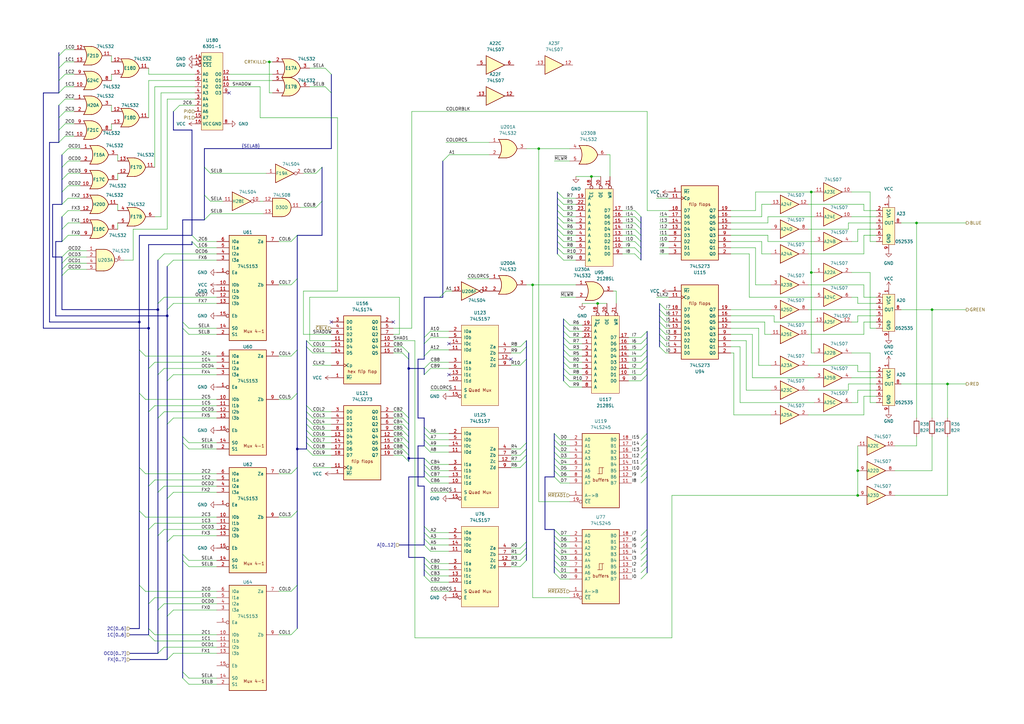
<source format=kicad_sch>
(kicad_sch (version 20211123) (generator eeschema)
  (paper "A3")
  (bus_alias "SELAB" (members "SELA" "SELB"))
  (junction (at 64.77 127))
  (junction (at 110.49 25.4))
  (junction (at 218.44 116.84))
  (junction (at 351.79 203.2))
  (junction (at 121.92 184.15))
  (junction (at 382.27 127))
  (junction (at 332.74 78.74))
  (junction (at 68.58 129.54))
  (junction (at 375.92 91.44))
  (junction (at 351.79 193.04))
  (junction (at 332.74 111.76))
  (junction (at 388.62 157.48))
  (junction (at 167.64 187.96))
  (junction (at 220.98 60.96))
  (junction (at 57.15 132.08))
  (junction (at 242.57 72.39))
  (junction (at 60.96 134.62))
  (junction (at 245.11 124.46))
  (junction (at 167.64 151.13))
  (no_connect (at 161.29 132.08))
  (no_connect (at 209.55 147.32))
  (no_connect (at 184.15 140.97))
  (no_connect (at 93.98 38.1))
  (no_connect (at 184.15 153.67))
  (no_connect (at 135.89 132.08))
  (bus_entry (at 173.99 233.68) (size 2.54 2.54))
  (bus_entry (at 260.35 93.98) (size 2.54 2.54))
  (bus_entry (at 228.6 96.52) (size 2.54 2.54))
  (bus_entry (at 119.38 194.31) (size 2.54 -2.54))
  (bus_entry (at 173.99 236.22) (size 2.54 2.54))
  (bus_entry (at 57.15 209.55) (size 2.54 2.54))
  (bus_entry (at 213.36 142.24) (size 2.54 -2.54))
  (bus_entry (at 68.58 222.25) (size 2.54 -2.54))
  (bus_entry (at 64.77 219.71) (size 2.54 -2.54))
  (bus_entry (at 213.36 227.33) (size 2.54 -2.54))
  (bus_entry (at 262.89 187.96) (size 2.54 -2.54))
  (bus_entry (at 165.1 173.99) (size 2.54 2.54))
  (bus_entry (at 68.58 109.22) (size 2.54 -2.54))
  (bus_entry (at 57.15 191.77) (size 2.54 2.54))
  (bus_entry (at 262.89 185.42) (size 2.54 -2.54))
  (bus_entry (at 83.82 90.17) (size 2.54 -2.54))
  (bus_entry (at 25.4 78.74) (size 2.54 -2.54))
  (bus_entry (at 228.6 88.9) (size 2.54 2.54))
  (bus_entry (at 125.73 166.37) (size 2.54 2.54))
  (bus_entry (at 125.73 139.7) (size 2.54 2.54))
  (bus_entry (at 125.73 142.24) (size 2.54 2.54))
  (bus_entry (at 231.14 146.05) (size 2.54 2.54))
  (bus_entry (at 77.47 181.61) (size -2.54 -2.54))
  (bus_entry (at 262.89 140.97) (size 2.54 -2.54))
  (bus_entry (at 64.77 124.46) (size 2.54 -2.54))
  (bus_entry (at 262.89 237.49) (size 2.54 -2.54))
  (bus_entry (at 260.35 96.52) (size 2.54 2.54))
  (bus_entry (at 262.89 190.5) (size 2.54 -2.54))
  (bus_entry (at 227.33 187.96) (size 2.54 2.54))
  (bus_entry (at 24.13 22.86) (size 2.54 -2.54))
  (bus_entry (at 227.33 217.17) (size 2.54 2.54))
  (bus_entry (at 173.99 182.88) (size 2.54 2.54))
  (bus_entry (at 60.96 217.17) (size 2.54 -2.54))
  (bus_entry (at 231.14 143.51) (size 2.54 2.54))
  (bus_entry (at 213.36 144.78) (size 2.54 -2.54))
  (bus_entry (at 119.38 212.09) (size 2.54 -2.54))
  (bus_entry (at 77.47 184.15) (size -2.54 -2.54))
  (bus_entry (at 227.33 222.25) (size 2.54 2.54))
  (bus_entry (at 173.99 215.9) (size 2.54 2.54))
  (bus_entry (at 173.99 138.43) (size 2.54 -2.54))
  (bus_entry (at 173.99 140.97) (size 2.54 -2.54))
  (bus_entry (at 173.99 146.05) (size 2.54 -2.54))
  (bus_entry (at 173.99 151.13) (size 2.54 -2.54))
  (bus_entry (at 173.99 153.67) (size 2.54 -2.54))
  (bus_entry (at 173.99 190.5) (size 2.54 2.54))
  (bus_entry (at 64.77 171.45) (size 2.54 -2.54))
  (bus_entry (at 125.73 179.07) (size 2.54 2.54))
  (bus_entry (at 24.13 48.26) (size 2.54 -2.54))
  (bus_entry (at 60.96 168.91) (size 2.54 -2.54))
  (bus_entry (at 74.93 229.87) (size 2.54 2.54))
  (bus_entry (at 213.36 184.15) (size 2.54 -2.54))
  (bus_entry (at 125.73 168.91) (size 2.54 2.54))
  (bus_entry (at 173.99 228.6) (size 2.54 2.54))
  (bus_entry (at 228.6 83.82) (size 2.54 2.54))
  (bus_entry (at 68.58 270.51) (size 2.54 -2.54))
  (bus_entry (at 74.93 134.62) (size 2.54 2.54))
  (bus_entry (at 119.38 99.06) (size 2.54 -2.54))
  (bus_entry (at 125.73 173.99) (size 2.54 2.54))
  (bus_entry (at 74.93 132.08) (size 2.54 2.54))
  (bus_entry (at 119.38 116.84) (size 2.54 -2.54))
  (bus_entry (at 270.51 132.08) (size 2.54 2.54))
  (bus_entry (at 231.14 135.89) (size 2.54 2.54))
  (bus_entry (at 231.14 153.67) (size 2.54 2.54))
  (bus_entry (at 24.13 27.94) (size 2.54 -2.54))
  (bus_entry (at 25.4 107.95) (size 2.54 -2.54))
  (bus_entry (at 270.51 127) (size 2.54 2.54))
  (bus_entry (at 71.12 45.72) (size 2.54 -2.54))
  (bus_entry (at 262.89 180.34) (size 2.54 -2.54))
  (bus_entry (at 231.14 138.43) (size 2.54 2.54))
  (bus_entry (at 25.4 105.41) (size 2.54 -2.54))
  (bus_entry (at 60.96 199.39) (size 2.54 -2.54))
  (bus_entry (at 64.77 153.67) (size 2.54 -2.54))
  (bus_entry (at 260.35 88.9) (size 2.54 2.54))
  (bus_entry (at 262.89 146.05) (size 2.54 -2.54))
  (bus_entry (at 228.6 101.6) (size 2.54 2.54))
  (bus_entry (at 213.36 186.69) (size 2.54 -2.54))
  (bus_entry (at 227.33 193.04) (size 2.54 2.54))
  (bus_entry (at 119.38 146.05) (size 2.54 -2.54))
  (bus_entry (at 64.77 250.19) (size 2.54 -2.54))
  (bus_entry (at 57.15 143.51) (size 2.54 2.54))
  (bus_entry (at 227.33 219.71) (size 2.54 2.54))
  (bus_entry (at 270.51 137.16) (size 2.54 2.54))
  (bus_entry (at 57.15 240.03) (size 2.54 2.54))
  (bus_entry (at 83.82 80.01) (size 2.54 2.54))
  (bus_entry (at 25.4 83.82) (size 2.54 -2.54))
  (bus_entry (at 227.33 185.42) (size 2.54 2.54))
  (bus_entry (at 125.73 184.15) (size 2.54 2.54))
  (bus_entry (at 60.96 260.35) (size 2.54 2.54))
  (bus_entry (at 64.77 267.97) (size 2.54 -2.54))
  (bus_entry (at 227.33 227.33) (size 2.54 2.54))
  (bus_entry (at 125.73 176.53) (size 2.54 2.54))
  (bus_entry (at 165.1 179.07) (size 2.54 2.54))
  (bus_entry (at 68.58 204.47) (size 2.54 -2.54))
  (bus_entry (at 270.51 129.54) (size 2.54 2.54))
  (bus_entry (at 213.36 149.86) (size 2.54 -2.54))
  (bus_entry (at 78.74 96.52) (size 2.54 2.54))
  (bus_entry (at 25.4 63.5) (size 2.54 -2.54))
  (bus_entry (at 228.6 86.36) (size 2.54 2.54))
  (bus_entry (at 173.99 220.98) (size 2.54 2.54))
  (bus_entry (at 57.15 161.29) (size 2.54 2.54))
  (bus_entry (at 173.99 177.8) (size 2.54 2.54))
  (bus_entry (at 260.35 99.06) (size 2.54 2.54))
  (bus_entry (at 213.36 191.77) (size 2.54 -2.54))
  (bus_entry (at 173.99 180.34) (size 2.54 2.54))
  (bus_entry (at 231.14 140.97) (size 2.54 2.54))
  (bus_entry (at 24.13 33.02) (size 2.54 -2.54))
  (bus_entry (at 173.99 218.44) (size 2.54 2.54))
  (bus_entry (at 231.14 133.35) (size 2.54 2.54))
  (bus_entry (at 60.96 151.13) (size 2.54 -2.54))
  (bus_entry (at 165.1 186.69) (size 2.54 2.54))
  (bus_entry (at 270.51 142.24) (size 2.54 2.54))
  (bus_entry (at 24.13 43.18) (size 2.54 -2.54))
  (bus_entry (at 227.33 177.8) (size 2.54 2.54))
  (bus_entry (at 64.77 201.93) (size 2.54 -2.54))
  (bus_entry (at 213.36 224.79) (size 2.54 -2.54))
  (bus_entry (at 24.13 58.42) (size 2.54 -2.54))
  (bus_entry (at 262.89 156.21) (size 2.54 -2.54))
  (bus_entry (at 125.73 181.61) (size 2.54 2.54))
  (bus_entry (at 270.51 139.7) (size 2.54 2.54))
  (bus_entry (at 262.89 229.87) (size 2.54 -2.54))
  (bus_entry (at 228.6 81.28) (size 2.54 2.54))
  (bus_entry (at 227.33 232.41) (size 2.54 2.54))
  (bus_entry (at 260.35 101.6) (size 2.54 2.54))
  (bus_entry (at 119.38 163.83) (size 2.54 -2.54))
  (bus_entry (at 270.51 124.46) (size 2.54 2.54))
  (bus_entry (at 78.74 99.06) (size 2.54 2.54))
  (bus_entry (at 133.35 27.94) (size 2.54 2.54))
  (bus_entry (at 180.34 121.92) (size 2.54 -2.54))
  (bus_entry (at 262.89 193.04) (size 2.54 -2.54))
  (bus_entry (at 231.14 130.81) (size 2.54 2.54))
  (bus_entry (at 228.6 99.06) (size 2.54 2.54))
  (bus_entry (at 129.54 85.09) (size 2.54 -2.54))
  (bus_entry (at 165.1 168.91) (size 2.54 2.54))
  (bus_entry (at 165.1 142.24) (size 2.54 2.54))
  (bus_entry (at 165.1 144.78) (size 2.54 2.54))
  (bus_entry (at 173.99 195.58) (size 2.54 2.54))
  (bus_entry (at 227.33 190.5) (size 2.54 2.54))
  (bus_entry (at 227.33 224.79) (size 2.54 2.54))
  (bus_entry (at 24.13 53.34) (size 2.54 -2.54))
  (bus_entry (at 228.6 104.14) (size 2.54 2.54))
  (bus_entry (at 68.58 173.99) (size 2.54 -2.54))
  (bus_entry (at 74.93 227.33) (size 2.54 2.54))
  (bus_entry (at 25.4 88.9) (size 2.54 -2.54))
  (bus_entry (at 262.89 227.33) (size 2.54 -2.54))
  (bus_entry (at 262.89 195.58) (size 2.54 -2.54))
  (bus_entry (at 165.1 171.45) (size 2.54 2.54))
  (bus_entry (at 231.14 156.21) (size 2.54 2.54))
  (bus_entry (at 262.89 153.67) (size 2.54 -2.54))
  (bus_entry (at 262.89 224.79) (size 2.54 -2.54))
  (bus_entry (at 173.99 223.52) (size 2.54 2.54))
  (bus_entry (at 125.73 171.45) (size 2.54 2.54))
  (bus_entry (at 227.33 180.34) (size 2.54 2.54))
  (bus_entry (at 262.89 138.43) (size 2.54 -2.54))
  (bus_entry (at 262.89 219.71) (size 2.54 -2.54))
  (bus_entry (at 262.89 143.51) (size 2.54 -2.54))
  (bus_entry (at 74.93 275.59) (size 2.54 2.54))
  (bus_entry (at 173.99 175.26) (size 2.54 2.54))
  (bus_entry (at 262.89 151.13) (size 2.54 -2.54))
  (bus_entry (at 68.58 156.21) (size 2.54 -2.54))
  (bus_entry (at 228.6 78.74) (size 2.54 2.54))
  (bus_entry (at 165.1 176.53) (size 2.54 2.54))
  (bus_entry (at 25.4 68.58) (size 2.54 -2.54))
  (bus_entry (at 227.33 229.87) (size 2.54 2.54))
  (bus_entry (at 119.38 242.57) (size 2.54 -2.54))
  (bus_entry (at 83.82 68.58) (size 2.54 2.54))
  (bus_entry (at 68.58 127) (size 2.54 -2.54))
  (bus_entry (at 74.93 278.13) (size 2.54 2.54))
  (bus_entry (at 213.36 232.41) (size 2.54 -2.54))
  (bus_entry (at 60.96 257.81) (size 2.54 2.54))
  (bus_entry (at 64.77 106.68) (size 2.54 -2.54))
  (bus_entry (at 262.89 198.12) (size 2.54 -2.54))
  (bus_entry (at 133.35 35.56) (size 2.54 2.54))
  (bus_entry (at 260.35 91.44) (size 2.54 2.54))
  (bus_entry (at 25.4 99.06) (size 2.54 -2.54))
  (bus_entry (at 24.13 38.1) (size 2.54 -2.54))
  (bus_entry (at 228.6 91.44) (size 2.54 2.54))
  (bus_entry (at 262.89 232.41) (size 2.54 -2.54))
  (bus_entry (at 262.89 234.95) (size 2.54 -2.54))
  (bus_entry (at 213.36 229.87) (size 2.54 -2.54))
  (bus_entry (at 227.33 234.95) (size 2.54 2.54))
  (bus_entry (at 231.14 148.59) (size 2.54 2.54))
  (bus_entry (at 262.89 148.59) (size 2.54 -2.54))
  (bus_entry (at 129.54 71.12) (size 2.54 -2.54))
  (bus_entry (at 173.99 231.14) (size 2.54 2.54))
  (bus_entry (at 119.38 260.35) (size 2.54 -2.54))
  (bus_entry (at 60.96 247.65) (size 2.54 -2.54))
  (bus_entry (at 260.35 86.36) (size 2.54 2.54))
  (bus_entry (at 25.4 93.98) (size 2.54 -2.54))
  (bus_entry (at 262.89 222.25) (size 2.54 -2.54))
  (bus_entry (at 25.4 110.49) (size 2.54 -2.54))
  (bus_entry (at 181.61 66.04) (size 2.54 -2.54))
  (bus_entry (at 231.14 151.13) (size 2.54 2.54))
  (bus_entry (at 165.1 181.61) (size 2.54 2.54))
  (bus_entry (at 25.4 113.03) (size 2.54 -2.54))
  (bus_entry (at 228.6 93.98) (size 2.54 2.54))
  (bus_entry (at 270.51 134.62) (size 2.54 2.54))
  (bus_entry (at 173.99 193.04) (size 2.54 2.54))
  (bus_entry (at 25.4 73.66) (size 2.54 -2.54))
  (bus_entry (at 68.58 252.73) (size 2.54 -2.54))
  (bus_entry (at 227.33 195.58) (size 2.54 2.54))
  (bus_entry (at 213.36 189.23) (size 2.54 -2.54))
  (bus_entry (at 165.1 184.15) (size 2.54 2.54))
  (bus_entry (at 260.35 104.14) (size 2.54 2.54))
  (bus_entry (at 227.33 182.88) (size 2.54 2.54))
  (bus_entry (at 173.99 187.96) (size 2.54 2.54))
  (bus_entry (at 262.89 182.88) (size 2.54 -2.54))
  (wire (pts (xy 314.96 99.06) (xy 314.96 96.52)))
  (bus (pts (xy 24.13 38.1) (xy 17.78 38.1)))
  (bus (pts (xy 167.64 181.61) (xy 167.64 184.15)))
  (wire (pts (xy 311.15 134.62) (xy 311.15 149.86)))
  (wire (pts (xy 347.98 91.44) (xy 359.41 91.44)))
  (bus (pts (xy 231.14 156.21) (xy 231.14 153.67)))
  (bus (pts (xy 231.14 133.35) (xy 231.14 130.81)))
  (bus (pts (xy 227.33 187.96) (xy 227.33 190.5)))
  (bus (pts (xy 83.82 68.58) (xy 83.82 60.96)))
  (wire (pts (xy 233.68 135.89) (xy 238.76 135.89)))
  (wire (pts (xy 161.29 134.62) (xy 168.91 134.62)))
  (bus (pts (xy 83.82 80.01) (xy 83.82 68.58)))
  (wire (pts (xy 68.58 40.64) (xy 80.01 40.64)))
  (wire (pts (xy 176.53 218.44) (xy 184.15 218.44)))
  (wire (pts (xy 26.67 35.56) (xy 30.48 35.56)))
  (wire (pts (xy 123.19 85.09) (xy 129.54 85.09)))
  (wire (pts (xy 27.94 66.04) (xy 33.02 66.04)))
  (bus (pts (xy 60.96 199.39) (xy 60.96 217.17)))
  (wire (pts (xy 124.46 137.16) (xy 135.89 137.16)))
  (wire (pts (xy 308.61 154.94) (xy 308.61 137.16)))
  (wire (pts (xy 60.96 27.94) (xy 60.96 30.48)))
  (bus (pts (xy 125.73 181.61) (xy 125.73 184.15)))
  (wire (pts (xy 63.5 262.89) (xy 88.9 262.89)))
  (wire (pts (xy 349.25 88.9) (xy 359.41 88.9)))
  (wire (pts (xy 369.57 157.48) (xy 388.62 157.48)))
  (wire (pts (xy 67.31 199.39) (xy 88.9 199.39)))
  (bus (pts (xy 173.99 233.68) (xy 173.99 231.14)))
  (wire (pts (xy 110.49 25.4) (xy 111.76 25.4)))
  (wire (pts (xy 269.24 81.28) (xy 274.32 81.28)))
  (bus (pts (xy 215.9 227.33) (xy 215.9 224.79)))
  (wire (pts (xy 48.26 63.5) (xy 48.26 66.04)))
  (wire (pts (xy 312.42 83.82) (xy 316.23 83.82)))
  (wire (pts (xy 231.14 83.82) (xy 236.22 83.82)))
  (wire (pts (xy 299.72 134.62) (xy 311.15 134.62)))
  (wire (pts (xy 233.68 156.21) (xy 238.76 156.21)))
  (bus (pts (xy 21.59 105.41) (xy 25.4 105.41)))
  (bus (pts (xy 173.99 220.98) (xy 173.99 223.52)))
  (wire (pts (xy 257.81 140.97) (xy 262.89 140.97)))
  (wire (pts (xy 231.14 81.28) (xy 236.22 81.28)))
  (wire (pts (xy 388.62 157.48) (xy 396.24 157.48)))
  (wire (pts (xy 27.94 81.28) (xy 33.02 81.28)))
  (wire (pts (xy 231.14 96.52) (xy 236.22 96.52)))
  (bus (pts (xy 167.64 173.99) (xy 167.64 176.53)))
  (wire (pts (xy 60.96 48.26) (xy 60.96 33.02)))
  (wire (pts (xy 27.94 76.2) (xy 33.02 76.2)))
  (wire (pts (xy 163.83 137.16) (xy 163.83 121.92)))
  (wire (pts (xy 273.05 129.54) (xy 274.32 129.54)))
  (bus (pts (xy 25.4 68.58) (xy 25.4 73.66)))
  (wire (pts (xy 231.14 101.6) (xy 236.22 101.6)))
  (wire (pts (xy 218.44 116.84) (xy 236.22 116.84)))
  (wire (pts (xy 313.69 132.08) (xy 299.72 132.08)))
  (bus (pts (xy 24.13 22.86) (xy 24.13 27.94)))
  (bus (pts (xy 265.43 135.89) (xy 265.43 138.43)))
  (bus (pts (xy 57.15 161.29) (xy 57.15 191.77)))
  (wire (pts (xy 128.27 144.78) (xy 135.89 144.78)))
  (wire (pts (xy 86.36 87.63) (xy 107.95 87.63)))
  (wire (pts (xy 209.55 186.69) (xy 213.36 186.69)))
  (bus (pts (xy 227.33 180.34) (xy 227.33 182.88)))
  (wire (pts (xy 351.79 129.54) (xy 359.41 129.54)))
  (wire (pts (xy 229.87 224.79) (xy 233.68 224.79)))
  (wire (pts (xy 312.42 88.9) (xy 312.42 83.82)))
  (wire (pts (xy 231.14 88.9) (xy 236.22 88.9)))
  (wire (pts (xy 161.29 173.99) (xy 165.1 173.99)))
  (wire (pts (xy 86.36 82.55) (xy 91.44 82.55)))
  (bus (pts (xy 173.99 215.9) (xy 173.99 218.44)))
  (wire (pts (xy 331.47 104.14) (xy 354.33 104.14)))
  (wire (pts (xy 161.29 179.07) (xy 165.1 179.07)))
  (wire (pts (xy 176.53 185.42) (xy 184.15 185.42)))
  (wire (pts (xy 168.91 45.72) (xy 168.91 134.62)))
  (wire (pts (xy 106.68 48.26) (xy 138.43 48.26)))
  (bus (pts (xy 173.99 171.45) (xy 173.99 175.26)))
  (bus (pts (xy 215.9 222.25) (xy 215.9 189.23)))
  (bus (pts (xy 167.64 186.69) (xy 167.64 187.96)))
  (bus (pts (xy 228.6 93.98) (xy 228.6 96.52)))
  (wire (pts (xy 270.51 101.6) (xy 274.32 101.6)))
  (wire (pts (xy 27.94 60.96) (xy 33.02 60.96)))
  (bus (pts (xy 173.99 218.44) (xy 173.99 220.98)))
  (wire (pts (xy 114.3 242.57) (xy 119.38 242.57)))
  (bus (pts (xy 265.43 195.58) (xy 265.43 217.17)))
  (wire (pts (xy 114.3 194.31) (xy 119.38 194.31)))
  (wire (pts (xy 48.26 83.82) (xy 48.26 86.36)))
  (wire (pts (xy 63.5 166.37) (xy 88.9 166.37)))
  (bus (pts (xy 215.9 147.32) (xy 215.9 181.61)))
  (bus (pts (xy 22.86 99.06) (xy 22.86 129.54)))
  (wire (pts (xy 351.79 193.04) (xy 351.79 203.2)))
  (wire (pts (xy 71.12 250.19) (xy 88.9 250.19)))
  (bus (pts (xy 121.92 209.55) (xy 121.92 240.03)))
  (wire (pts (xy 354.33 104.14) (xy 354.33 96.52)))
  (wire (pts (xy 233.68 158.75) (xy 238.76 158.75)))
  (wire (pts (xy 351.79 99.06) (xy 351.79 93.98)))
  (wire (pts (xy 176.53 242.57) (xy 184.15 242.57)))
  (wire (pts (xy 351.79 132.08) (xy 351.79 129.54)))
  (bus (pts (xy 215.9 229.87) (xy 215.9 227.33)))
  (wire (pts (xy 161.29 144.78) (xy 165.1 144.78)))
  (wire (pts (xy 275.59 261.62) (xy 275.59 203.2)))
  (bus (pts (xy 265.43 229.87) (xy 265.43 232.41)))
  (wire (pts (xy 26.67 20.32) (xy 30.48 20.32)))
  (wire (pts (xy 334.01 88.9) (xy 314.96 88.9)))
  (bus (pts (xy 173.99 138.43) (xy 173.99 121.92)))
  (wire (pts (xy 71.12 106.68) (xy 88.9 106.68)))
  (bus (pts (xy 167.64 187.96) (xy 173.99 187.96)))
  (bus (pts (xy 167.64 187.96) (xy 167.64 189.23)))
  (bus (pts (xy 265.43 151.13) (xy 265.43 153.67)))
  (wire (pts (xy 299.72 129.54) (xy 317.5 129.54)))
  (wire (pts (xy 354.33 170.18) (xy 354.33 162.56)))
  (bus (pts (xy 231.14 138.43) (xy 231.14 135.89)))
  (wire (pts (xy 233.68 138.43) (xy 238.76 138.43)))
  (wire (pts (xy 270.51 93.98) (xy 274.32 93.98)))
  (wire (pts (xy 347.98 157.48) (xy 359.41 157.48)))
  (bus (pts (xy 125.73 173.99) (xy 125.73 176.53)))
  (bus (pts (xy 231.14 140.97) (xy 231.14 138.43)))
  (wire (pts (xy 229.87 227.33) (xy 233.68 227.33)))
  (wire (pts (xy 255.27 86.36) (xy 260.35 86.36)))
  (bus (pts (xy 121.92 184.15) (xy 125.73 184.15)))
  (wire (pts (xy 81.28 101.6) (xy 88.9 101.6)))
  (bus (pts (xy 17.78 38.1) (xy 17.78 134.62)))
  (bus (pts (xy 171.45 199.39) (xy 173.99 199.39)))
  (bus (pts (xy 121.92 114.3) (xy 121.92 143.51)))
  (bus (pts (xy 132.08 68.58) (xy 132.08 82.55)))
  (wire (pts (xy 27.94 86.36) (xy 33.02 86.36)))
  (bus (pts (xy 83.82 90.17) (xy 74.93 90.17)))
  (wire (pts (xy 161.29 137.16) (xy 163.83 137.16)))
  (bus (pts (xy 262.89 88.9) (xy 262.89 91.44)))
  (wire (pts (xy 229.87 219.71) (xy 233.68 219.71)))
  (wire (pts (xy 299.72 101.6) (xy 309.88 101.6)))
  (wire (pts (xy 331.47 127) (xy 359.41 127)))
  (bus (pts (xy 121.92 161.29) (xy 121.92 184.15)))
  (wire (pts (xy 299.72 104.14) (xy 307.34 104.14)))
  (wire (pts (xy 275.59 203.2) (xy 351.79 203.2)))
  (wire (pts (xy 176.53 138.43) (xy 184.15 138.43)))
  (wire (pts (xy 26.67 30.48) (xy 30.48 30.48)))
  (wire (pts (xy 59.69 194.31) (xy 88.9 194.31)))
  (wire (pts (xy 66.04 88.9) (xy 63.5 88.9)))
  (bus (pts (xy 121.92 184.15) (xy 121.92 191.77)))
  (wire (pts (xy 77.47 229.87) (xy 88.9 229.87)))
  (wire (pts (xy 161.29 176.53) (xy 165.1 176.53)))
  (wire (pts (xy 331.47 83.82) (xy 354.33 83.82)))
  (bus (pts (xy 25.4 73.66) (xy 25.4 78.74)))
  (bus (pts (xy 60.96 257.81) (xy 60.96 260.35)))
  (wire (pts (xy 382.27 127) (xy 396.24 127)))
  (bus (pts (xy 227.33 232.41) (xy 227.33 234.95)))
  (wire (pts (xy 110.49 38.1) (xy 110.49 25.4)))
  (wire (pts (xy 312.42 104.14) (xy 316.23 104.14)))
  (wire (pts (xy 332.74 144.78) (xy 334.01 144.78)))
  (wire (pts (xy 273.05 134.62) (xy 274.32 134.62)))
  (wire (pts (xy 220.98 60.96) (xy 220.98 205.74)))
  (wire (pts (xy 215.9 60.96) (xy 220.98 60.96)))
  (wire (pts (xy 331.47 116.84) (xy 354.33 116.84)))
  (wire (pts (xy 316.23 160.02) (xy 306.07 160.02)))
  (wire (pts (xy 176.53 135.89) (xy 184.15 135.89)))
  (wire (pts (xy 354.33 162.56) (xy 359.41 162.56)))
  (bus (pts (xy 231.14 153.67) (xy 231.14 151.13)))
  (wire (pts (xy 316.23 116.84) (xy 309.88 116.84)))
  (wire (pts (xy 273.05 132.08) (xy 274.32 132.08)))
  (bus (pts (xy 173.99 228.6) (xy 167.64 228.6)))
  (bus (pts (xy 125.73 179.07) (xy 125.73 181.61)))
  (wire (pts (xy 351.79 149.86) (xy 351.79 152.4)))
  (wire (pts (xy 307.34 104.14) (xy 307.34 121.92)))
  (bus (pts (xy 24.13 21.59) (xy 24.13 22.86)))
  (wire (pts (xy 68.58 40.64) (xy 68.58 93.98)))
  (wire (pts (xy 128.27 186.69) (xy 135.89 186.69)))
  (wire (pts (xy 176.53 236.22) (xy 184.15 236.22)))
  (wire (pts (xy 27.94 71.12) (xy 33.02 71.12)))
  (wire (pts (xy 93.98 35.56) (xy 106.68 35.56)))
  (bus (pts (xy 53.34 270.51) (xy 68.58 270.51)))
  (bus (pts (xy 167.64 179.07) (xy 167.64 181.61)))
  (wire (pts (xy 317.5 132.08) (xy 317.5 129.54)))
  (wire (pts (xy 26.67 40.64) (xy 30.48 40.64)))
  (bus (pts (xy 265.43 190.5) (xy 265.43 193.04)))
  (bus (pts (xy 227.33 222.25) (xy 227.33 224.79)))
  (wire (pts (xy 218.44 116.84) (xy 218.44 245.11)))
  (wire (pts (xy 127 121.92) (xy 127 139.7)))
  (wire (pts (xy 354.33 137.16) (xy 354.33 132.08)))
  (wire (pts (xy 67.31 151.13) (xy 88.9 151.13)))
  (bus (pts (xy 265.43 138.43) (xy 265.43 140.97)))
  (wire (pts (xy 209.55 191.77) (xy 213.36 191.77)))
  (bus (pts (xy 57.15 209.55) (xy 57.15 240.03)))
  (wire (pts (xy 182.88 119.38) (xy 185.42 119.38)))
  (wire (pts (xy 176.53 201.93) (xy 184.15 201.93)))
  (bus (pts (xy 262.89 96.52) (xy 262.89 99.06)))
  (wire (pts (xy 229.87 198.12) (xy 233.68 198.12)))
  (wire (pts (xy 71.12 219.71) (xy 88.9 219.71)))
  (wire (pts (xy 161.29 168.91) (xy 165.1 168.91)))
  (wire (pts (xy 229.87 187.96) (xy 233.68 187.96)))
  (wire (pts (xy 245.11 124.46) (xy 248.92 124.46)))
  (wire (pts (xy 367.03 203.2) (xy 388.62 203.2)))
  (wire (pts (xy 176.53 193.04) (xy 184.15 193.04)))
  (bus (pts (xy 265.43 180.34) (xy 265.43 182.88)))
  (bus (pts (xy 21.59 83.82) (xy 21.59 105.41)))
  (wire (pts (xy 299.72 93.98) (xy 316.23 93.98)))
  (wire (pts (xy 111.76 38.1) (xy 110.49 38.1)))
  (bus (pts (xy 68.58 109.22) (xy 68.58 127)))
  (wire (pts (xy 255.27 93.98) (xy 260.35 93.98)))
  (bus (pts (xy 167.64 144.78) (xy 167.64 147.32)))
  (wire (pts (xy 163.83 121.92) (xy 127 121.92)))
  (wire (pts (xy 270.51 91.44) (xy 274.32 91.44)))
  (bus (pts (xy 173.99 140.97) (xy 173.99 146.05)))
  (bus (pts (xy 265.43 227.33) (xy 265.43 229.87)))
  (bus (pts (xy 167.64 195.58) (xy 173.99 195.58)))
  (bus (pts (xy 74.93 132.08) (xy 74.93 134.62)))
  (wire (pts (xy 229.87 232.41) (xy 233.68 232.41)))
  (wire (pts (xy 347.98 160.02) (xy 347.98 157.48)))
  (wire (pts (xy 176.53 143.51) (xy 184.15 143.51)))
  (wire (pts (xy 273.05 137.16) (xy 274.32 137.16)))
  (wire (pts (xy 209.55 144.78) (xy 213.36 144.78)))
  (wire (pts (xy 257.81 138.43) (xy 262.89 138.43)))
  (wire (pts (xy 27.94 105.41) (xy 35.56 105.41)))
  (bus (pts (xy 228.6 83.82) (xy 228.6 86.36)))
  (bus (pts (xy 227.33 190.5) (xy 227.33 193.04)))
  (wire (pts (xy 269.24 121.92) (xy 274.32 121.92)))
  (wire (pts (xy 215.9 116.84) (xy 218.44 116.84)))
  (wire (pts (xy 354.33 96.52) (xy 359.41 96.52)))
  (wire (pts (xy 26.67 45.72) (xy 30.48 45.72)))
  (bus (pts (xy 227.33 193.04) (xy 227.33 195.58)))
  (wire (pts (xy 351.79 121.92) (xy 351.79 124.46)))
  (bus (pts (xy 215.9 224.79) (xy 215.9 222.25)))
  (bus (pts (xy 64.77 250.19) (xy 64.77 267.97)))
  (wire (pts (xy 309.88 86.36) (xy 309.88 78.74)))
  (bus (pts (xy 173.99 190.5) (xy 173.99 193.04)))
  (wire (pts (xy 313.69 137.16) (xy 316.23 137.16)))
  (wire (pts (xy 375.92 182.88) (xy 375.92 179.07)))
  (wire (pts (xy 351.79 182.88) (xy 351.79 193.04)))
  (bus (pts (xy 270.51 124.46) (xy 270.51 127)))
  (wire (pts (xy 231.14 86.36) (xy 236.22 86.36)))
  (wire (pts (xy 231.14 91.44) (xy 236.22 91.44)))
  (bus (pts (xy 227.33 217.17) (xy 227.33 219.71)))
  (bus (pts (xy 173.99 199.39) (xy 173.99 215.9)))
  (bus (pts (xy 125.73 142.24) (xy 125.73 166.37)))
  (bus (pts (xy 171.45 147.32) (xy 171.45 171.45)))
  (wire (pts (xy 382.27 127) (xy 382.27 171.45)))
  (bus (pts (xy 83.82 60.96) (xy 135.89 60.96)))
  (wire (pts (xy 227.33 66.04) (xy 233.68 66.04)))
  (bus (pts (xy 78.74 99.06) (xy 78.74 100.33)))
  (wire (pts (xy 109.22 25.4) (xy 110.49 25.4)))
  (wire (pts (xy 176.53 190.5) (xy 184.15 190.5)))
  (wire (pts (xy 71.12 153.67) (xy 88.9 153.67)))
  (wire (pts (xy 311.15 149.86) (xy 316.23 149.86)))
  (wire (pts (xy 63.5 260.35) (xy 88.9 260.35)))
  (wire (pts (xy 124.46 71.12) (xy 129.54 71.12)))
  (wire (pts (xy 138.43 48.26) (xy 138.43 119.38)))
  (bus (pts (xy 265.43 182.88) (xy 265.43 185.42)))
  (wire (pts (xy 176.53 148.59) (xy 184.15 148.59)))
  (wire (pts (xy 349.25 132.08) (xy 351.79 132.08)))
  (wire (pts (xy 114.3 116.84) (xy 119.38 116.84)))
  (bus (pts (xy 265.43 177.8) (xy 265.43 180.34)))
  (wire (pts (xy 270.51 99.06) (xy 274.32 99.06)))
  (wire (pts (xy 332.74 111.76) (xy 334.01 111.76)))
  (wire (pts (xy 331.47 93.98) (xy 347.98 93.98)))
  (bus (pts (xy 25.4 93.98) (xy 25.4 99.06)))
  (wire (pts (xy 170.18 139.7) (xy 170.18 261.62)))
  (wire (pts (xy 63.5 245.11) (xy 88.9 245.11)))
  (wire (pts (xy 182.88 58.42) (xy 200.66 58.42)))
  (wire (pts (xy 77.47 280.67) (xy 88.9 280.67)))
  (wire (pts (xy 273.05 127) (xy 274.32 127)))
  (wire (pts (xy 229.87 182.88) (xy 233.68 182.88)))
  (bus (pts (xy 71.12 45.72) (xy 71.12 53.34)))
  (wire (pts (xy 351.79 160.02) (xy 359.41 160.02)))
  (bus (pts (xy 17.78 134.62) (xy 60.96 134.62)))
  (bus (pts (xy 173.99 151.13) (xy 173.99 153.67)))
  (wire (pts (xy 86.36 71.12) (xy 109.22 71.12)))
  (bus (pts (xy 68.58 156.21) (xy 68.58 173.99)))
  (wire (pts (xy 176.53 180.34) (xy 184.15 180.34)))
  (wire (pts (xy 314.96 96.52) (xy 299.72 96.52)))
  (wire (pts (xy 59.69 242.57) (xy 88.9 242.57)))
  (wire (pts (xy 128.27 149.86) (xy 135.89 149.86)))
  (bus (pts (xy 71.12 53.34) (xy 78.74 53.34)))
  (bus (pts (xy 24.13 43.18) (xy 24.13 48.26)))
  (bus (pts (xy 223.52 217.17) (xy 227.33 217.17)))
  (wire (pts (xy 128.27 168.91) (xy 135.89 168.91)))
  (wire (pts (xy 48.26 71.12) (xy 48.26 73.66)))
  (wire (pts (xy 220.98 60.96) (xy 233.68 60.96)))
  (wire (pts (xy 45.72 50.8) (xy 45.72 53.34)))
  (bus (pts (xy 231.14 146.05) (xy 231.14 143.51)))
  (bus (pts (xy 215.9 184.15) (xy 215.9 181.61)))
  (wire (pts (xy 93.98 30.48) (xy 111.76 30.48)))
  (wire (pts (xy 233.68 140.97) (xy 238.76 140.97)))
  (wire (pts (xy 316.23 170.18) (xy 300.99 170.18)))
  (bus (pts (xy 74.93 179.07) (xy 74.93 181.61)))
  (wire (pts (xy 255.27 96.52) (xy 260.35 96.52)))
  (wire (pts (xy 128.27 173.99) (xy 135.89 173.99)))
  (bus (pts (xy 262.89 93.98) (xy 262.89 96.52)))
  (bus (pts (xy 227.33 229.87) (xy 227.33 232.41)))
  (wire (pts (xy 127 139.7) (xy 135.89 139.7)))
  (bus (pts (xy 262.89 101.6) (xy 262.89 104.14)))
  (bus (pts (xy 25.4 107.95) (xy 25.4 110.49)))
  (wire (pts (xy 233.68 148.59) (xy 238.76 148.59)))
  (wire (pts (xy 229.87 185.42) (xy 233.68 185.42)))
  (bus (pts (xy 173.99 177.8) (xy 173.99 180.34)))
  (wire (pts (xy 354.33 86.36) (xy 359.41 86.36)))
  (bus (pts (xy 227.33 227.33) (xy 227.33 229.87)))
  (wire (pts (xy 114.3 146.05) (xy 119.38 146.05)))
  (wire (pts (xy 255.27 101.6) (xy 260.35 101.6)))
  (wire (pts (xy 63.5 148.59) (xy 88.9 148.59)))
  (wire (pts (xy 375.92 91.44) (xy 396.24 91.44)))
  (wire (pts (xy 351.79 152.4) (xy 359.41 152.4)))
  (wire (pts (xy 257.81 143.51) (xy 262.89 143.51)))
  (wire (pts (xy 356.87 111.76) (xy 349.25 111.76)))
  (bus (pts (xy 132.08 96.52) (xy 121.92 96.52)))
  (bus (pts (xy 68.58 129.54) (xy 68.58 156.21)))
  (wire (pts (xy 334.01 165.1) (xy 303.53 165.1)))
  (wire (pts (xy 354.33 121.92) (xy 359.41 121.92)))
  (wire (pts (xy 128.27 176.53) (xy 135.89 176.53)))
  (bus (pts (xy 265.43 143.51) (xy 265.43 146.05)))
  (wire (pts (xy 176.53 198.12) (xy 184.15 198.12)))
  (bus (pts (xy 270.51 139.7) (xy 270.51 142.24)))
  (wire (pts (xy 161.29 186.69) (xy 165.1 186.69)))
  (wire (pts (xy 233.68 245.11) (xy 218.44 245.11)))
  (wire (pts (xy 176.53 177.8) (xy 184.15 177.8)))
  (wire (pts (xy 229.87 180.34) (xy 233.68 180.34)))
  (wire (pts (xy 67.31 247.65) (xy 88.9 247.65)))
  (wire (pts (xy 248.92 63.5) (xy 250.19 63.5)))
  (bus (pts (xy 265.43 146.05) (xy 265.43 148.59)))
  (bus (pts (xy 24.13 53.34) (xy 24.13 58.42)))
  (wire (pts (xy 191.77 114.3) (xy 200.66 114.3)))
  (bus (pts (xy 231.14 151.13) (xy 231.14 148.59)))
  (wire (pts (xy 312.42 104.14) (xy 312.42 99.06)))
  (bus (pts (xy 215.9 189.23) (xy 215.9 186.69)))
  (wire (pts (xy 27.94 107.95) (xy 35.56 107.95)))
  (bus (pts (xy 231.14 148.59) (xy 231.14 146.05)))
  (bus (pts (xy 167.64 184.15) (xy 167.64 186.69)))
  (wire (pts (xy 176.53 182.88) (xy 184.15 182.88)))
  (bus (pts (xy 171.45 171.45) (xy 173.99 171.45)))
  (wire (pts (xy 209.55 184.15) (xy 213.36 184.15)))
  (wire (pts (xy 369.57 91.44) (xy 375.92 91.44)))
  (wire (pts (xy 209.55 227.33) (xy 213.36 227.33)))
  (wire (pts (xy 347.98 93.98) (xy 347.98 91.44)))
  (bus (pts (xy 60.96 247.65) (xy 60.96 257.81)))
  (wire (pts (xy 351.79 93.98) (xy 359.41 93.98)))
  (wire (pts (xy 299.72 88.9) (xy 312.42 88.9)))
  (bus (pts (xy 228.6 86.36) (xy 228.6 88.9)))
  (wire (pts (xy 161.29 142.24) (xy 165.1 142.24)))
  (bus (pts (xy 74.93 181.61) (xy 74.93 227.33)))
  (wire (pts (xy 209.55 224.79) (xy 213.36 224.79)))
  (wire (pts (xy 255.27 104.14) (xy 260.35 104.14)))
  (wire (pts (xy 209.55 229.87) (xy 213.36 229.87)))
  (wire (pts (xy 229.87 222.25) (xy 233.68 222.25)))
  (bus (pts (xy 20.32 58.42) (xy 20.32 132.08)))
  (bus (pts (xy 25.4 78.74) (xy 25.4 83.82)))
  (wire (pts (xy 299.72 139.7) (xy 306.07 139.7)))
  (wire (pts (xy 349.25 165.1) (xy 351.79 165.1)))
  (bus (pts (xy 74.93 134.62) (xy 74.93 179.07)))
  (wire (pts (xy 209.55 149.86) (xy 213.36 149.86)))
  (bus (pts (xy 180.34 121.92) (xy 181.61 121.92)))
  (wire (pts (xy 231.14 104.14) (xy 236.22 104.14)))
  (bus (pts (xy 262.89 104.14) (xy 262.89 106.68)))
  (bus (pts (xy 181.61 66.04) (xy 181.61 121.92)))
  (wire (pts (xy 273.05 139.7) (xy 274.32 139.7)))
  (wire (pts (xy 54.61 106.68) (xy 54.61 93.98)))
  (bus (pts (xy 227.33 182.88) (xy 227.33 185.42)))
  (wire (pts (xy 314.96 88.9) (xy 314.96 91.44)))
  (wire (pts (xy 308.61 137.16) (xy 299.72 137.16)))
  (wire (pts (xy 300.99 144.78) (xy 299.72 144.78)))
  (wire (pts (xy 26.67 55.88) (xy 30.48 55.88)))
  (wire (pts (xy 388.62 203.2) (xy 388.62 179.07)))
  (wire (pts (xy 59.69 163.83) (xy 88.9 163.83)))
  (wire (pts (xy 124.46 119.38) (xy 138.43 119.38)))
  (bus (pts (xy 121.92 143.51) (xy 121.92 161.29)))
  (wire (pts (xy 50.8 106.68) (xy 54.61 106.68)))
  (wire (pts (xy 351.79 165.1) (xy 351.79 160.02)))
  (bus (pts (xy 64.77 171.45) (xy 64.77 201.93)))
  (wire (pts (xy 252.73 119.38) (xy 252.73 124.46)))
  (bus (pts (xy 265.43 148.59) (xy 265.43 151.13)))
  (wire (pts (xy 332.74 78.74) (xy 334.01 78.74)))
  (wire (pts (xy 356.87 165.1) (xy 356.87 144.78)))
  (wire (pts (xy 170.18 261.62) (xy 275.59 261.62)))
  (wire (pts (xy 229.87 234.95) (xy 233.68 234.95)))
  (bus (pts (xy 68.58 252.73) (xy 68.58 270.51)))
  (wire (pts (xy 114.3 212.09) (xy 119.38 212.09)))
  (wire (pts (xy 220.98 205.74) (xy 233.68 205.74)))
  (wire (pts (xy 238.76 124.46) (xy 245.11 124.46)))
  (bus (pts (xy 57.15 240.03) (xy 57.15 257.81)))
  (wire (pts (xy 114.3 260.35) (xy 119.38 260.35)))
  (bus (pts (xy 53.34 257.81) (xy 57.15 257.81)))
  (wire (pts (xy 63.5 196.85) (xy 88.9 196.85)))
  (bus (pts (xy 265.43 153.67) (xy 265.43 177.8)))
  (wire (pts (xy 106.68 82.55) (xy 107.95 82.55)))
  (bus (pts (xy 265.43 222.25) (xy 265.43 224.79)))
  (wire (pts (xy 356.87 134.62) (xy 356.87 111.76)))
  (wire (pts (xy 349.25 78.74) (xy 356.87 78.74)))
  (bus (pts (xy 265.43 217.17) (xy 265.43 219.71)))
  (wire (pts (xy 60.96 30.48) (xy 80.01 30.48)))
  (wire (pts (xy 375.92 91.44) (xy 375.92 171.45)))
  (wire (pts (xy 255.27 88.9) (xy 260.35 88.9)))
  (bus (pts (xy 25.4 105.41) (xy 25.4 107.95)))
  (bus (pts (xy 167.64 228.6) (xy 167.64 195.58)))
  (bus (pts (xy 173.99 138.43) (xy 173.99 140.97)))
  (wire (pts (xy 233.68 143.51) (xy 238.76 143.51)))
  (wire (pts (xy 359.41 165.1) (xy 356.87 165.1)))
  (bus (pts (xy 227.33 224.79) (xy 227.33 227.33)))
  (wire (pts (xy 309.88 78.74) (xy 332.74 78.74)))
  (wire (pts (xy 303.53 165.1) (xy 303.53 142.24)))
  (bus (pts (xy 24.13 27.94) (xy 24.13 33.02)))
  (wire (pts (xy 351.79 99.06) (xy 349.25 99.06)))
  (bus (pts (xy 167.64 151.13) (xy 173.99 151.13)))
  (bus (pts (xy 25.4 110.49) (xy 25.4 113.03)))
  (bus (pts (xy 57.15 96.52) (xy 57.15 132.08)))
  (wire (pts (xy 209.55 142.24) (xy 213.36 142.24)))
  (bus (pts (xy 125.73 166.37) (xy 125.73 168.91)))
  (wire (pts (xy 332.74 78.74) (xy 332.74 111.76)))
  (bus (pts (xy 265.43 187.96) (xy 265.43 190.5)))
  (bus (pts (xy 173.99 193.04) (xy 173.99 195.58)))
  (bus (pts (xy 78.74 96.52) (xy 57.15 96.52)))
  (bus (pts (xy 53.34 260.35) (xy 60.96 260.35)))
  (wire (pts (xy 257.81 153.67) (xy 262.89 153.67)))
  (bus (pts (xy 121.92 96.52) (xy 121.92 114.3)))
  (wire (pts (xy 251.46 119.38) (xy 252.73 119.38)))
  (wire (pts (xy 312.42 99.06) (xy 299.72 99.06)))
  (bus (pts (xy 231.14 135.89) (xy 231.14 133.35)))
  (wire (pts (xy 77.47 134.62) (xy 88.9 134.62)))
  (wire (pts (xy 233.68 153.67) (xy 238.76 153.67)))
  (wire (pts (xy 314.96 99.06) (xy 334.01 99.06)))
  (wire (pts (xy 161.29 139.7) (xy 170.18 139.7)))
  (wire (pts (xy 300.99 170.18) (xy 300.99 144.78)))
  (wire (pts (xy 209.55 189.23) (xy 213.36 189.23)))
  (bus (pts (xy 74.93 227.33) (xy 74.93 229.87)))
  (wire (pts (xy 81.28 99.06) (xy 88.9 99.06)))
  (wire (pts (xy 331.47 160.02) (xy 347.98 160.02)))
  (bus (pts (xy 215.9 139.7) (xy 215.9 142.24)))
  (wire (pts (xy 356.87 144.78) (xy 349.25 144.78)))
  (wire (pts (xy 231.14 93.98) (xy 236.22 93.98)))
  (bus (pts (xy 228.6 88.9) (xy 228.6 91.44)))
  (wire (pts (xy 45.72 30.48) (xy 45.72 33.02)))
  (wire (pts (xy 351.79 124.46) (xy 359.41 124.46)))
  (bus (pts (xy 167.64 171.45) (xy 167.64 173.99)))
  (wire (pts (xy 270.51 104.14) (xy 274.32 104.14)))
  (bus (pts (xy 173.99 121.92) (xy 180.34 121.92)))
  (bus (pts (xy 265.43 185.42) (xy 265.43 187.96)))
  (bus (pts (xy 125.73 171.45) (xy 125.73 173.99)))
  (bus (pts (xy 64.77 219.71) (xy 64.77 250.19)))
  (bus (pts (xy 78.74 53.34) (xy 78.74 96.52)))
  (bus (pts (xy 74.93 90.17) (xy 74.93 132.08)))
  (wire (pts (xy 255.27 99.06) (xy 260.35 99.06)))
  (wire (pts (xy 257.81 148.59) (xy 262.89 148.59)))
  (bus (pts (xy 215.9 142.24) (xy 215.9 147.32)))
  (wire (pts (xy 299.72 86.36) (xy 309.88 86.36)))
  (wire (pts (xy 354.33 132.08) (xy 359.41 132.08)))
  (bus (pts (xy 228.6 96.52) (xy 228.6 99.06)))
  (bus (pts (xy 64.77 153.67) (xy 64.77 171.45)))
  (bus (pts (xy 68.58 173.99) (xy 68.58 204.47)))
  (bus (pts (xy 228.6 78.74) (xy 228.6 81.28)))
  (bus (pts (xy 25.4 99.06) (xy 22.86 99.06)))
  (wire (pts (xy 388.62 157.48) (xy 388.62 171.45)))
  (wire (pts (xy 176.53 223.52) (xy 184.15 223.52)))
  (wire (pts (xy 176.53 160.02) (xy 184.15 160.02)))
  (bus (pts (xy 25.4 127) (xy 64.77 127)))
  (wire (pts (xy 127 27.94) (xy 133.35 27.94)))
  (wire (pts (xy 303.53 142.24) (xy 299.72 142.24)))
  (wire (pts (xy 229.87 121.92) (xy 236.22 121.92)))
  (wire (pts (xy 176.53 220.98) (xy 184.15 220.98)))
  (bus (pts (xy 171.45 182.88) (xy 171.45 199.39)))
  (wire (pts (xy 257.81 146.05) (xy 262.89 146.05)))
  (bus (pts (xy 270.51 134.62) (xy 270.51 137.16)))
  (wire (pts (xy 27.94 110.49) (xy 35.56 110.49)))
  (wire (pts (xy 77.47 137.16) (xy 88.9 137.16)))
  (wire (pts (xy 63.5 68.58) (xy 63.5 35.56)))
  (bus (pts (xy 270.51 129.54) (xy 270.51 132.08)))
  (wire (pts (xy 231.14 99.06) (xy 236.22 99.06)))
  (bus (pts (xy 173.99 187.96) (xy 173.99 190.5)))
  (bus (pts (xy 163.83 223.52) (xy 173.99 223.52)))
  (wire (pts (xy 26.67 25.4) (xy 30.48 25.4)))
  (wire (pts (xy 354.33 116.84) (xy 354.33 121.92)))
  (wire (pts (xy 106.68 35.56) (xy 106.68 48.26)))
  (wire (pts (xy 77.47 278.13) (xy 88.9 278.13)))
  (wire (pts (xy 270.51 96.52) (xy 274.32 96.52)))
  (wire (pts (xy 307.34 121.92) (xy 334.01 121.92)))
  (wire (pts (xy 231.14 106.68) (xy 236.22 106.68)))
  (bus (pts (xy 121.92 240.03) (xy 121.92 257.81)))
  (wire (pts (xy 176.53 238.76) (xy 184.15 238.76)))
  (bus (pts (xy 265.43 140.97) (xy 265.43 143.51)))
  (wire (pts (xy 229.87 190.5) (xy 233.68 190.5)))
  (wire (pts (xy 93.98 33.02) (xy 111.76 33.02)))
  (wire (pts (xy 257.81 156.21) (xy 262.89 156.21)))
  (wire (pts (xy 67.31 217.17) (xy 88.9 217.17)))
  (bus (pts (xy 167.64 151.13) (xy 167.64 171.45)))
  (bus (pts (xy 57.15 143.51) (xy 57.15 161.29)))
  (bus (pts (xy 68.58 222.25) (xy 68.58 252.73)))
  (wire (pts (xy 331.47 149.86) (xy 351.79 149.86)))
  (bus (pts (xy 135.89 30.48) (xy 135.89 38.1)))
  (wire (pts (xy 67.31 104.14) (xy 88.9 104.14)))
  (bus (pts (xy 167.64 147.32) (xy 167.64 151.13)))
  (bus (pts (xy 57.15 132.08) (xy 57.15 143.51)))
  (wire (pts (xy 233.68 146.05) (xy 238.76 146.05)))
  (bus (pts (xy 231.14 143.51) (xy 231.14 140.97)))
  (bus (pts (xy 24.13 48.26) (xy 24.13 53.34)))
  (wire (pts (xy 71.12 267.97) (xy 88.9 267.97)))
  (wire (pts (xy 27.94 96.52) (xy 33.02 96.52)))
  (wire (pts (xy 255.27 91.44) (xy 260.35 91.44)))
  (wire (pts (xy 242.57 72.39) (xy 246.38 72.39)))
  (wire (pts (xy 176.53 231.14) (xy 184.15 231.14)))
  (wire (pts (xy 331.47 170.18) (xy 354.33 170.18)))
  (wire (pts (xy 265.43 45.72) (xy 265.43 86.36)))
  (bus (pts (xy 64.77 106.68) (xy 64.77 124.46)))
  (wire (pts (xy 161.29 184.15) (xy 165.1 184.15)))
  (bus (pts (xy 173.99 146.05) (xy 173.99 147.32)))
  (wire (pts (xy 359.41 134.62) (xy 356.87 134.62)))
  (bus (pts (xy 60.96 134.62) (xy 60.96 151.13)))
  (wire (pts (xy 114.3 163.83) (xy 119.38 163.83)))
  (bus (pts (xy 25.4 88.9) (xy 25.4 93.98)))
  (bus (pts (xy 173.99 147.32) (xy 171.45 147.32)))
  (bus (pts (xy 270.51 132.08) (xy 270.51 134.62)))
  (bus (pts (xy 270.51 137.16) (xy 270.51 139.7)))
  (bus (pts (xy 78.74 100.33) (xy 60.96 100.33)))
  (bus (pts (xy 20.32 132.08) (xy 57.15 132.08)))
  (wire (pts (xy 161.29 181.61) (xy 165.1 181.61)))
  (bus (pts (xy 227.33 185.42) (xy 227.33 187.96)))
  (bus (pts (xy 173.99 236.22) (xy 173.99 233.68)))
  (wire (pts (xy 66.04 38.1) (xy 66.04 88.9)))
  (wire (pts (xy 334.01 154.94) (xy 308.61 154.94)))
  (bus (pts (xy 24.13 33.02) (xy 24.13 38.1)))
  (wire (pts (xy 128.27 184.15) (xy 135.89 184.15)))
  (bus (pts (xy 227.33 219.71) (xy 227.33 222.25)))
  (bus (pts (xy 132.08 82.55) (xy 132.08 96.52)))
  (wire (pts (xy 27.94 91.44) (xy 33.02 91.44)))
  (wire (pts (xy 45.72 22.86) (xy 45.72 25.4)))
  (wire (pts (xy 273.05 144.78) (xy 274.32 144.78)))
  (wire (pts (xy 184.15 63.5) (xy 200.66 63.5)))
  (bus (pts (xy 228.6 91.44) (xy 228.6 93.98)))
  (wire (pts (xy 334.01 132.08) (xy 317.5 132.08)))
  (wire (pts (xy 309.88 101.6) (xy 309.88 116.84)))
  (wire (pts (xy 73.66 43.18) (xy 80.01 43.18)))
  (wire (pts (xy 128.27 179.07) (xy 135.89 179.07)))
  (bus (pts (xy 265.43 232.41) (xy 265.43 234.95)))
  (bus (pts (xy 227.33 195.58) (xy 223.52 195.58)))
  (wire (pts (xy 229.87 195.58) (xy 233.68 195.58)))
  (wire (pts (xy 27.94 102.87) (xy 35.56 102.87)))
  (bus (pts (xy 68.58 127) (xy 68.58 129.54)))
  (wire (pts (xy 59.69 212.09) (xy 88.9 212.09)))
  (bus (pts (xy 64.77 124.46) (xy 64.77 127)))
  (wire (pts (xy 382.27 193.04) (xy 382.27 179.07)))
  (wire (pts (xy 63.5 35.56) (xy 80.01 35.56)))
  (wire (pts (xy 176.53 226.06) (xy 184.15 226.06)))
  (bus (pts (xy 60.96 151.13) (xy 60.96 168.91)))
  (bus (pts (xy 53.34 267.97) (xy 64.77 267.97)))
  (wire (pts (xy 71.12 124.46) (xy 88.9 124.46)))
  (bus (pts (xy 227.33 177.8) (xy 227.33 180.34)))
  (wire (pts (xy 71.12 201.93) (xy 88.9 201.93)))
  (wire (pts (xy 67.31 168.91) (xy 88.9 168.91)))
  (wire (pts (xy 356.87 78.74) (xy 356.87 99.06)))
  (wire (pts (xy 233.68 151.13) (xy 238.76 151.13)))
  (wire (pts (xy 66.04 38.1) (xy 80.01 38.1)))
  (wire (pts (xy 265.43 86.36) (xy 274.32 86.36)))
  (bus (pts (xy 121.92 191.77) (xy 121.92 209.55)))
  (wire (pts (xy 273.05 142.24) (xy 274.32 142.24)))
  (wire (pts (xy 229.87 237.49) (xy 233.68 237.49)))
  (wire (pts (xy 367.03 193.04) (xy 382.27 193.04)))
  (bus (pts (xy 57.15 191.77) (xy 57.15 209.55)))
  (wire (pts (xy 176.53 195.58) (xy 184.15 195.58)))
  (wire (pts (xy 77.47 184.15) (xy 88.9 184.15)))
  (bus (pts (xy 265.43 219.71) (xy 265.43 222.25)))
  (bus (pts (xy 173.99 180.34) (xy 173.99 182.88)))
  (wire (pts (xy 367.03 182.88) (xy 375.92 182.88)))
  (wire (pts (xy 349.25 121.92) (xy 351.79 121.92)))
  (bus (pts (xy 270.51 127) (xy 270.51 129.54)))
  (wire (pts (xy 229.87 229.87) (xy 233.68 229.87)))
  (bus (pts (xy 228.6 101.6) (xy 228.6 104.14)))
  (bus (pts (xy 64.77 127) (xy 64.77 153.67)))
  (wire (pts (xy 128.27 181.61) (xy 135.89 181.61)))
  (wire (pts (xy 71.12 171.45) (xy 88.9 171.45)))
  (bus (pts (xy 265.43 193.04) (xy 265.43 195.58)))
  (bus (pts (xy 68.58 204.47) (xy 68.58 222.25)))
  (bus (pts (xy 64.77 201.93) (xy 64.77 219.71)))
  (wire (pts (xy 128.27 191.77) (xy 135.89 191.77)))
  (wire (pts (xy 314.96 91.44) (xy 299.72 91.44)))
  (bus (pts (xy 83.82 90.17) (xy 83.82 80.01)))
  (bus (pts (xy 25.4 83.82) (xy 21.59 83.82)))
  (wire (pts (xy 168.91 45.72) (xy 265.43 45.72)))
  (wire (pts (xy 257.81 151.13) (xy 262.89 151.13)))
  (wire (pts (xy 77.47 181.61) (xy 88.9 181.61)))
  (bus (pts (xy 173.99 182.88) (xy 171.45 182.88)))
  (wire (pts (xy 161.29 171.45) (xy 165.1 171.45)))
  (wire (pts (xy 26.67 50.8) (xy 30.48 50.8)))
  (bus (pts (xy 60.96 168.91) (xy 60.96 199.39)))
  (bus (pts (xy 60.96 217.17) (xy 60.96 247.65)))
  (wire (pts (xy 369.57 127) (xy 382.27 127)))
  (bus (pts (xy 223.52 195.58) (xy 223.52 217.17)))
  (bus (pts (xy 228.6 99.06) (xy 228.6 101.6)))
  (wire (pts (xy 59.69 146.05) (xy 88.9 146.05)))
  (bus (pts (xy 22.86 129.54) (xy 68.58 129.54)))
  (wire (pts (xy 209.55 232.41) (xy 213.36 232.41)))
  (bus (pts (xy 228.6 81.28) (xy 228.6 83.82)))
  (bus (pts (xy 173.99 231.14) (xy 173.99 228.6)))
  (wire (pts (xy 349.25 154.94) (xy 359.41 154.94)))
  (bus (pts (xy 24.13 58.42) (xy 20.32 58.42)))
  (wire (pts (xy 77.47 232.41) (xy 88.9 232.41)))
  (bus (pts (xy 125.73 176.53) (xy 125.73 179.07)))
  (bus (pts (xy 173.99 175.26) (xy 173.99 177.8)))
  (wire (pts (xy 236.22 72.39) (xy 242.57 72.39)))
  (wire (pts (xy 60.96 33.02) (xy 80.01 33.02)))
  (bus (pts (xy 25.4 63.5) (xy 25.4 68.58)))
  (wire (pts (xy 356.87 99.06) (xy 359.41 99.06)))
  (wire (pts (xy 63.5 214.63) (xy 88.9 214.63)))
  (wire (pts (xy 176.53 233.68) (xy 184.15 233.68)))
  (wire (pts (xy 332.74 111.76) (xy 332.74 144.78)))
  (bus (pts (xy 25.4 113.03) (xy 25.4 127)))
  (wire (pts (xy 233.68 133.35) (xy 238.76 133.35)))
  (wire (pts (xy 124.46 119.38) (xy 124.46 137.16)))
  (bus (pts (xy 125.73 168.91) (xy 125.73 171.45)))
  (wire (pts (xy 354.33 83.82) (xy 354.33 86.36)))
  (bus (pts (xy 74.93 275.59) (xy 74.93 278.13)))
  (wire (pts (xy 128.27 142.24) (xy 135.89 142.24)))
  (wire (pts (xy 67.31 265.43) (xy 88.9 265.43)))
  (bus (pts (xy 125.73 139.7) (xy 125.73 142.24)))
  (bus (pts (xy 262.89 99.06) (xy 262.89 101.6)))
  (bus (pts (xy 265.43 224.79) (xy 265.43 227.33)))
  (wire (pts (xy 48.26 91.44) (xy 48.26 93.98)))
  (wire (pts (xy 270.51 88.9) (xy 274.32 88.9)))
  (wire (pts (xy 229.87 193.04) (xy 233.68 193.04)))
  (wire (pts (xy 128.27 171.45) (xy 135.89 171.45)))
  (bus (pts (xy 167.64 176.53) (xy 167.64 179.07)))
  (wire (pts (xy 114.3 99.06) (xy 119.38 99.06)))
  (bus (pts (xy 135.89 38.1) (xy 135.89 60.96)))
  (wire (pts (xy 67.31 121.92) (xy 88.9 121.92)))
  (wire (pts (xy 299.72 127) (xy 316.23 127)))
  (wire (pts (xy 313.69 137.16) (xy 313.69 132.08)))
  (wire (pts (xy 127 35.56) (xy 133.35 35.56)))
  (wire (pts (xy 306.07 160.02) (xy 306.07 139.7)))
  (wire (pts (xy 331.47 137.16) (xy 354.33 137.16)))
  (bus (pts (xy 262.89 91.44) (xy 262.89 93.98)))
  (wire (pts (xy 176.53 151.13) (xy 184.15 151.13)))
  (wire (pts (xy 250.19 63.5) (xy 250.19 72.39)))
  (bus (pts (xy 74.93 229.87) (xy 74.93 275.59)))
  (bus (pts (xy 60.96 100.33) (xy 60.96 134.62)))
  (wire (pts (xy 54.61 93.98) (xy 68.58 93.98)))
  (wire (pts (xy 45.72 43.18) (xy 45.72 45.72)))
  (bus (pts (xy 215.9 186.69) (xy 215.9 184.15)))
  (label "2C3" (at 82.55 212.09 0))
  (label "I2" (at 259.08 151.13 0))
  (label "D1" (at 229.87 234.95 0))
  (label "2C6" (at 74.93 43.18 0))
  (label "COLORBLK" (at 182.88 45.72 0))
  (label "2C3" (at 26.67 45.72 0))
  (label "FX4" (at 82.55 153.67 0))
  (label "SELA" (at 81.28 134.62 0))
  (label "CB8" (at 161.29 184.15 0))
  (label "D1" (at 229.87 182.88 0))
  (label "SELB" (at 86.36 71.12 0))
  (label "CB3" (at 161.29 171.45 0))
  (label "I14" (at 259.08 182.88 0))
  (label "D4" (at 229.87 227.33 0))
  (label "SELB" (at 82.55 184.15 0))
  (label "R10" (at 234.95 156.21 0))
  (label "A10" (at 176.53 135.89 0))
  (label "CLK2" (at 128.27 149.86 0))
  (label "SHAD1" (at 161.29 139.7 0))
  (label "OCD0" (at 27.94 110.49 0))
  (label "R8" (at 234.95 153.67 0))
  (label "A11" (at 176.53 138.43 0))
  (label "FX0" (at 82.55 250.19 0))
  (label "I8" (at 259.08 198.12 0))
  (label "1C2" (at 26.67 30.48 0))
  (label "COLORCS" (at 191.77 114.3 0))
  (label "COLORCS" (at 176.53 242.57 0))
  (label "OCD7" (at 80.01 121.92 0))
  (label "CB5" (at 176.53 193.04 0))
  (label "OCD5" (at 82.55 168.91 0))
  (label "FX2" (at 82.55 201.93 0))
  (label "I4" (at 273.05 134.62 0))
  (label "SELB" (at 86.36 87.63 0))
  (label "R9" (at 234.95 158.75 0))
  (label "I14" (at 270.51 88.9 0))
  (label "I9" (at 256.54 101.6 0))
  (label "I0" (at 259.08 237.49 0))
  (label "2C5" (at 82.55 163.83 0))
  (label "COL5" (at 128.27 176.53 0))
  (label "D6" (at 229.87 222.25 0))
  (label "CB0" (at 161.29 142.24 0))
  (label "SELB" (at 82.55 232.41 0))
  (label "CB0" (at 176.53 231.14 0))
  (label "R5" (at 232.41 83.82 0))
  (label "1C4" (at 82.55 148.59 0))
  (label "A5" (at 176.53 223.52 0))
  (label "R9" (at 232.41 106.68 0))
  (label "D3" (at 229.87 229.87 0))
  (label "COL6" (at 128.27 179.07 0))
  (label "I10" (at 256.54 99.06 0))
  (label "2C0" (at 82.55 242.57 0))
  (label "R0" (at 209.55 224.79 0))
  (label "OCD3" (at 27.94 71.12 0))
  (label "D0" (at 229.87 180.34 0))
  (label "I3" (at 259.08 148.59 0))
  (label "R1" (at 232.41 99.06 0))
  (label "OCD1" (at 82.55 265.43 0))
  (label "D7" (at 229.87 219.71 0))
  (label "CB6" (at 176.53 198.12 0))
  (label "CB1" (at 161.29 144.78 0))
  (label "COL1" (at 128.27 144.78 0))
  (label "2C2" (at 82.55 194.31 0))
  (label "R3" (at 234.95 143.51 0))
  (label "R0" (at 234.95 148.59 0))
  (label "CB1" (at 176.53 233.68 0))
  (label "R5" (at 234.95 146.05 0))
  (label "I0" (at 259.08 156.21 0))
  (label "D5" (at 229.87 224.79 0))
  (label "I7" (at 259.08 219.71 0))
  (label "2C0" (at 26.67 50.8 0))
  (label "I3" (at 273.05 137.16 0))
  (label "CB4" (at 176.53 190.5 0))
  (label "R5" (at 209.55 186.69 0))
  (label "1C6" (at 81.28 101.6 0))
  (label "2C2" (at 26.67 40.64 0))
  (label "OCD0" (at 27.94 66.04 0))
  (label "I3" (at 259.08 229.87 0))
  (label "R1" (at 234.95 151.13 0))
  (label "I6" (at 259.08 222.25 0))
  (label "I13" (at 270.51 91.44 0))
  (label "R10" (at 232.41 104.14 0))
  (label "CB5" (at 161.29 176.53 0))
  (label "FX1" (at 82.55 267.97 0))
  (label "R8" (at 209.55 142.24 0))
  (label "1C0" (at 82.55 245.11 0))
  (label "OCD6" (at 80.01 104.14 0))
  (label "CB7" (at 161.29 181.61 0))
  (label "I5" (at 259.08 224.79 0))
  (label "CB7" (at 176.53 195.58 0))
  (label "~{MLWR}" (at 229.87 121.92 0))
  (label "I15" (at 259.08 180.34 0))
  (label "2C1" (at 26.67 55.88 0))
  (label "COL1" (at 114.3 260.35 0))
  (label "A8" (at 176.53 185.42 0))
  (label "COL6" (at 114.3 99.06 0))
  (label "I5" (at 259.08 143.51 0))
  (label "SHADOW" (at 128.27 137.16 0))
  (label "2C4" (at 82.55 146.05 0))
  (label "1C3" (at 26.67 35.56 0))
  (label "2C1" (at 82.55 260.35 0))
  (label "I4" (at 259.08 146.05 0))
  (label "I1" (at 259.08 234.95 0))
  (label "COL8" (at 128.27 184.15 0))
  (label "R2" (at 209.55 232.41 0))
  (label "SELA" (at 86.36 82.55 0))
  (label "OCD2" (at 27.94 102.87 0))
  (label "1C1" (at 82.55 262.89 0))
  (label "COL2" (at 114.3 194.31 0))
  (label "COL8" (at 124.46 85.09 0))
  (label "COL0" (at 114.3 242.57 0))
  (label "I13" (at 256.54 91.44 0))
  (label "{SELAB}" (at 99.06 60.96 0))
  (label "I11" (at 256.54 96.52 0))
  (label "FX7" (at 81.28 124.46 0))
  (label "COL9" (at 124.46 71.12 0))
  (label "COL2" (at 128.27 168.91 0))
  (label "A3" (at 176.53 220.98 0))
  (label "A12" (at 176.53 143.51 0))
  (label "I2" (at 259.08 232.41 0))
  (label "COL0" (at 128.27 142.24 0))
  (label "I8" (at 256.54 104.14 0))
  (label "SELB" (at 81.28 137.16 0))
  (label "1C1" (at 26.67 25.4 0))
  (label "D2" (at 229.87 185.42 0))
  (label "OCD2" (at 82.55 199.39 0))
  (label "CB4" (at 161.29 173.99 0))
  (label "FX6" (at 81.28 106.68 0))
  (label "FX1" (at 29.21 91.44 0))
  (label "A4" (at 176.53 226.06 0))
  (label "OCD1" (at 27.94 60.96 0))
  (label "D4" (at 229.87 190.5 0))
  (label "OCD3" (at 27.94 105.41 0))
  (label "OCD3" (at 82.55 217.17 0))
  (label "OCD4" (at 82.55 151.13 0))
  (label "I11" (at 259.08 190.5 0))
  (label "CB2" (at 176.53 238.76 0))
  (label "A1" (at 182.88 119.38 0))
  (label "R1" (at 209.55 227.33 0))
  (label "I12" (at 270.51 93.98 0))
  (label "I15" (at 256.54 86.36 0))
  (label "I0" (at 273.05 144.78 0))
  (label "1C5" (at 82.55 166.37 0))
  (label "R3" (at 209.55 229.87 0))
  (label "OCD2" (at 27.94 76.2 0))
  (label "R7" (at 234.95 140.97 0))
  (label "I6" (at 259.08 140.97 0))
  (label "I14" (at 256.54 88.9 0))
  (label "I8" (at 270.51 104.14 0))
  (label "COL4" (at 128.27 173.99 0))
  (label "I1" (at 273.05 142.24 0))
  (label "FX3" (at 29.21 86.36 0))
  (label "R8" (at 232.41 101.6 0))
  (label "SELA" (at 82.55 229.87 0))
  (label "CLK2" (at 269.24 81.28 0))
  (label "D7" (at 229.87 198.12 0))
  (label "R7" (at 209.55 189.23 0))
  (label "SELA" (at 128.27 27.94 0))
  (label "CB9" (at 161.29 186.69 0))
  (label "D5" (at 229.87 193.04 0))
  (label "SELA" (at 82.55 278.13 0))
  (label "R0" (at 232.41 96.52 0))
  (label "R4" (at 209.55 184.15 0))
  (label "D3" (at 229.87 187.96 0))
  (label "I9" (at 270.51 101.6 0))
  (label "2C6" (at 81.28 99.06 0))
  (label "SELB" (at 82.55 280.67 0))
  (label "I11" (at 270.51 96.52 0))
  (label "I2" (at 273.05 139.7 0))
  (label "I9" (at 259.08 195.58 0))
  (label "CB9" (at 176.53 151.13 0))
  (label "CB8" (at 176.53 148.59 0))
  (label "COL9" (at 128.27 186.69 0))
  (label "FX0" (at 29.21 96.52 0))
  (label "D2" (at 229.87 232.41 0))
  (label "R3" (at 232.41 86.36 0))
  (label "R6" (at 209.55 191.77 0))
  (label "1C3" (at 82.55 214.63 0))
  (label "FX5" (at 82.55 171.45 0))
  (label "COL3" (at 114.3 212.09 0))
  (label "CLK2" (at 269.24 121.92 0))
  (label "SELA" (at 82.55 181.61 0))
  (label "R2" (at 232.41 88.9 0))
  (label "R6" (at 232.41 93.98 0))
  (label "I1" (at 259.08 153.67 0))
  (label "FX3" (at 82.55 219.71 0))
  (label "COL3" (at 128.27 171.45 0))
  (label "1C2" (at 82.55 196.85 0))
  (label "CLK2" (at 128.27 191.77 0))
  (label "A1" (at 184.15 63.5 0))
  (label "A6" (at 176.53 177.8 0))
  (label "CB3" (at 176.53 236.22 0))
  (label "CB6" (at 161.29 179.07 0))
  (label "FX2" (at 29.21 81.28 0))
  (label "COLORCS" (at 176.53 160.02 0))
  (label "COLORCS" (at 176.53 201.93 0))
  (label "I5" (at 273.05 132.08 0))
  (label "COL5" (at 114.3 163.83 0))
  (label "R10" (at 209.55 149.86 0))
  (label "COL7" (at 114.3 116.84 0))
  (label "A7" (at 176.53 180.34 0))
  (label "COL7" (at 128.27 181.61 0))
  (label "R2" (at 234.95 138.43 0))
  (label "CB2" (at 161.29 168.91 0))
  (label "SELB" (at 128.27 35.56 0))
  (label "A9" (at 176.53 182.88 0))
  (label "D6" (at 229.87 195.58 0))
  (label "I10" (at 259.08 193.04 0))
  (label "R9" (at 209.55 144.78 0))
  (label "R4" (at 234.95 135.89 0))
  (label "A2" (at 176.53 218.44 0))
  (label "I4" (at 259.08 227.33 0))
  (label "I7" (at 273.05 127 0))
  (label "OCD1" (at 27.94 107.95 0))
  (label "I10" (at 270.51 99.06 0))
  (label "I7" (at 259.08 138.43 0))
  (label "~{MLWR}" (at 227.33 66.04 0))
  (label "I6" (at 273.05 129.54 0))
  (label "COL4" (at 114.3 146.05 0))
  (label "I13" (at 259.08 185.42 0))
  (label "D0" (at 229.87 237.49 0))
  (label "OCD0" (at 82.55 247.65 0))
  (label "COLORCS" (at 182.88 58.42 0))
  (label "1C0" (at 26.67 20.32 0))
  (label "I12" (at 259.08 187.96 0))
  (label "R7" (at 232.41 81.28 0))
  (label "I12" (at 256.54 93.98 0))
  (label "R6" (at 234.95 133.35 0))
  (label "SHADOW" (at 95.25 35.56 0))
  (label "R4" (at 232.41 91.44 0))
  (hierarchical_label "~{MREAD1}" (shape input) (at 233.68 242.57 180))
  (hierarchical_label "BLUE" (shape output) (at 396.24 91.44 0))
  (hierarchical_label "~{CBLK}" (shape input) (at 135.89 134.62 180))
  (hierarchical_label "PI1" (shape input) (at 80.01 48.26 180))
  (hierarchical_label "RED" (shape output) (at 396.24 157.48 0))
  (hierarchical_label "GREEN" (shape output) (at 396.24 127 0))
  (hierarchical_label "1C[0..6]" (shape input) (at 53.34 260.35 180))
  (hierarchical_label "PI0" (shape input) (at 80.01 45.72 180))
  (hierarchical_label "OCD[0..7]" (shape input) (at 53.34 267.97 180))
  (hierarchical_label "~{MREAD1}" (shape input) (at 233.68 203.2 180))
  (hierarchical_label "A[0..12]" (shape input) (at 163.83 223.52 180))
  (hierarchical_label "CRTKILL" (shape input) (at 109.22 25.4 180))
  (hierarchical_label "FX[0..7]" (shape input) (at 53.34 270.51 180))
  (hierarchical_label "2C[0..6]" (shape input) (at 53.34 257.81 180))
  (symbol (lib_id "power:GND") (at 184.15 245.11 270) (unit 1)
    (property "Reference" "#PWR?" (effects hide))
    (property "Value" "GND" (at 180.34 245.1099 90) (effects (justify right)))
  )
  (symbol (lib_id "power:GND") (at 88.9 129.54 270) (unit 1)
    (property "Reference" "#PWR?" (effects hide))
    (property "Value" "GND" (at 85.09 129.5399 90) (effects (justify right)))
  )
  (symbol (lib_id "power:VCC") (at 364.49 148.59 0) (unit 1)
    (property "Reference" "#PWR?" (effects hide))
    (property "Value" "VCC" (at 364.49 144.78 0))
  )
  (symbol (lib_id "74xx:74LS07") (at 341.63 121.92 0) (unit 3)
    (property "Reference" "A24" (at 340.36 121.92 0))
    (property "Value" "74LS07" (at 344.17 118.11 0))
    (property "Datasheet" "www.ti.com/lit/ds/symlink/sn74ls07.pdf" (effects hide))
  )
  (symbol (lib_id "jt74:74LS32") (at -67.31 287.02 0) (unit 3)
    (property "Reference" "F16" (at -67.31 278.13 0))
    (property "Value" "74LS32" (at -67.31 280.67 0))
    (property "Datasheet" "http://www.ti.com/lit/gpn/sn74LS32" (effects hide))
  )
  (symbol (lib_id "74xx:74LS07") (at 323.85 116.84 0) (unit 2)
    (property "Reference" "A23" (at 322.58 116.84 0))
    (property "Value" "74LS07" (at 326.39 113.03 0))
    (property "Datasheet" "www.ti.com/lit/ds/symlink/sn74ls07.pdf" (effects hide))
  )
  (symbol (lib_id "skutis:052535") (at 359.41 121.92 0) (unit 1)
    (property "Reference" "A20" (at 369.57 123.19 0))
    (property "Value" "052535" (at 370.84 134.62 0))
  )
  (symbol (lib_id "power:GND") (at 238.76 124.46 0) (unit 1)
    (property "Reference" "#PWR?" (effects hide))
    (property "Value" "GND" (at 238.76 129.54 0))
  )
  (symbol (lib_id "power:VCC") (at 274.32 78.74 90) (unit 1)
    (property "Reference" "#PWR?" (effects hide))
    (property "Value" "VCC" (at 270.51 78.7399 90) (effects (justify left)))
  )
  (symbol (lib_id "74xx:74LS07") (at 359.41 182.88 0) (unit 5)
    (property "Reference" "A22" (at 358.14 182.88 0))
    (property "Value" "74LS07" (at 361.95 179.07 0))
    (property "Datasheet" "www.ti.com/lit/ds/symlink/sn74ls07.pdf" (effects hide))
  )
  (symbol (lib_id "74xx:74LS07") (at 227.33 26.67 0) (unit 6)
    (property "Reference" "A23" (at 227.33 17.78 0))
    (property "Value" "74LS07" (at 227.33 20.32 0))
    (property "Datasheet" "www.ti.com/lit/ds/symlink/sn74ls07.pdf" (effects hide))
  )
  (symbol (lib_id "jt74:74LS04") (at 99.06 82.55 0) (unit 5)
    (property "Reference" "H28" (at 97.79 82.55 0))
    (property "Value" "74LS04" (at 101.6 78.74 0))
    (property "Datasheet" "http://www.ti.com/lit/gpn/sn74LS04" (effects hide))
  )
  (symbol (lib_id "74xx:74LS07") (at 323.85 149.86 0) (unit 1)
    (property "Reference" "A23" (at 322.58 149.86 0))
    (property "Value" "74LS07" (at 326.39 146.05 0))
    (property "Datasheet" "www.ti.com/lit/ds/symlink/sn74ls07.pdf" (effects hide))
  )
  (symbol (lib_id "power:GND") (at 88.9 207.01 270) (unit 1)
    (property "Reference" "#PWR?" (effects hide))
    (property "Value" "GND" (at 85.09 207.0099 90) (effects (justify right)))
  )
  (symbol (lib_id "jt74:74LS32") (at 38.1 33.02 0) (unit 3)
    (property "Reference" "G24" (at 38.1 33.02 0))
    (property "Value" "74LS32" (at 45.72 35.56 0))
    (property "Datasheet" "http://www.ti.com/lit/gpn/sn74LS32" (effects hide))
  )
  (symbol (lib_id "power:GND") (at 88.9 224.79 270) (unit 1)
    (property "Reference" "#PWR?" (effects hide))
    (property "Value" "GND" (at 85.09 224.7899 90) (effects (justify right)))
  )
  (symbol (lib_id "jt74:74LS20") (at 43.18 106.68 0) (unit 1)
    (property "Reference" "U203" (at 43.18 106.68 0))
    (property "Value" "74LS20" (at 49.53 102.87 0))
    (property "Datasheet" "http://www.ti.com/lit/gpn/sn74LS20" (effects hide))
  )
  (symbol (lib_id "jt74:74LS32") (at 208.28 60.96 0) (unit 1)
    (property "Reference" "U201" (at 208.28 52.07 0))
    (property "Value" "74LS32" (at 208.28 54.61 0))
    (property "Datasheet" "http://www.ti.com/lit/gpn/sn74LS32" (effects hide))
  )
  (symbol (lib_id "74xx:74LS07") (at 323.85 137.16 0) (unit 5)
    (property "Reference" "A25" (at 322.58 137.16 0))
    (property "Value" "74LS07" (at 326.39 133.35 0))
    (property "Datasheet" "www.ti.com/lit/ds/symlink/sn74ls07.pdf" (effects hide))
  )
  (symbol (lib_id "jt74:74LS32") (at -92.71 303.53 0) (unit 2)
    (property "Reference" "F16" (at -92.71 294.64 0))
    (property "Value" "74LS32" (at -92.71 297.18 0))
    (property "Datasheet" "http://www.ti.com/lit/gpn/sn74LS32" (effects hide))
  )
  (symbol (lib_id "power:GND") (at 364.49 102.87 0) (unit 1)
    (property "Reference" "#PWR?" (effects hide))
    (property "Value" "GND" (at 364.49 107.95 0))
  )
  (symbol (lib_id "jt74:74LS04") (at -93.98 214.63 0) (unit 2)
    (property "Reference" "H28" (at -93.98 205.74 0))
    (property "Value" "74LS04" (at -93.98 208.28 0))
    (property "Datasheet" "http://www.ti.com/lit/gpn/sn74LS04" (effects hide))
  )
  (symbol (lib_id "jt74:74LS32") (at -93.98 391.16 0) (unit 2)
    (property "Reference" "F21" (at -93.98 382.27 0))
    (property "Value" "74LS32" (at -93.98 384.81 0))
    (property "Datasheet" "http://www.ti.com/lit/gpn/sn74LS32" (effects hide))
  )
  (symbol (lib_id "jt74:74LS32") (at -8.89 392.43 0) (unit 4)
    (property "Reference" "H21" (at -8.89 383.54 0))
    (property "Value" "74LS32" (at -8.89 386.08 0))
    (property "Datasheet" "http://www.ti.com/lit/gpn/sn74LS32" (effects hide))
  )
  (symbol (lib_id "jt74:74LS32") (at 40.64 73.66 0) (unit 3)
    (property "Reference" "F17" (at 40.64 73.66 0))
    (property "Value" "74LS32" (at 48.26 76.2 0))
    (property "Datasheet" "http://www.ti.com/lit/gpn/sn74LS32" (effects hide))
  )
  (symbol (lib_id "power:GND") (at 93.98 50.8 90) (unit 1)
    (property "Reference" "#PWR?" (effects hide))
    (property "Value" "GND" (at 97.79 50.7999 90) (effects (justify right)))
  )
  (symbol (lib_id "jt74:74LS32") (at 38.1 22.86 0) (unit 4)
    (property "Reference" "F21" (at 38.1 22.86 0))
    (property "Value" "74LS32" (at 43.18 19.05 0))
    (property "Datasheet" "http://www.ti.com/lit/gpn/sn74LS32" (effects hide))
  )
  (symbol (lib_id "jt74:74LS08") (at -38.1 162.56 0) (unit 2)
    (property "Reference" "D30" (at -38.1 153.67 0))
    (property "Value" "74LS08" (at -38.1 156.21 0))
    (property "Datasheet" "http://www.ti.com/lit/gpn/sn74LS08" (effects hide))
  )
  (symbol (lib_id "jt74:74LS04") (at -93.98 227.33 0) (unit 3)
    (property "Reference" "H28" (at -93.98 218.44 0))
    (property "Value" "74LS04" (at -93.98 220.98 0))
    (property "Datasheet" "http://www.ti.com/lit/gpn/sn74LS04" (effects hide))
  )
  (symbol (lib_id "jt74:74LS04") (at -71.12 166.37 0) (unit 5)
    (property "Reference" "F19" (at -71.12 157.48 0))
    (property "Value" "74LS04" (at -71.12 160.02 0))
    (property "Datasheet" "http://www.ti.com/lit/gpn/sn74LS04" (effects hide))
  )
  (symbol (lib_id "74xx:74LS07") (at 341.63 144.78 0) (unit 2)
    (property "Reference" "A22" (at 340.36 144.78 0))
    (property "Value" "74LS07" (at 344.17 140.97 0))
    (property "Datasheet" "www.ti.com/lit/ds/symlink/sn74ls07.pdf" (effects hide))
  )
  (symbol (lib_id "jt74:74LS32") (at 33.02 373.38 0) (unit 1)
    (property "Reference" "E18" (at 33.02 364.49 0))
    (property "Value" "74LS32" (at 33.02 367.03 0))
    (property "Datasheet" "http://www.ti.com/lit/gpn/sn74LS32" (effects hide))
  )
  (symbol (lib_id "jt74:74LS04") (at -93.98 201.93 0) (unit 1)
    (property "Reference" "H28" (at -93.98 193.04 0))
    (property "Value" "74LS04" (at -93.98 195.58 0))
    (property "Datasheet" "http://www.ti.com/lit/gpn/sn74LS04" (effects hide))
  )
  (symbol (lib_id "jt74:74LS32") (at 81.28 389.89 0) (unit 2)
    (property "Reference" "G24" (at 81.28 381 0))
    (property "Value" "74LS32" (at 81.28 383.54 0))
    (property "Datasheet" "http://www.ti.com/lit/gpn/sn74LS32" (effects hide))
  )
  (symbol (lib_id "74xx:74LS07") (at 341.63 78.74 0) (mirror x) (unit 5)
    (property "Reference" "A23" (at 340.36 78.74 0))
    (property "Value" "74LS07" (at 341.63 73.66 0))
    (property "Datasheet" "www.ti.com/lit/ds/symlink/sn74ls07.pdf" (effects hide))
  )
  (symbol (lib_id "power:GND") (at 184.15 204.47 270) (unit 1)
    (property "Reference" "#PWR?" (effects hide))
    (property "Value" "GND" (at 180.34 204.4699 90) (effects (justify right)))
  )
  (symbol (lib_id "jt74:74LS273") (at 287.02 91.44 0) (mirror x) (unit 1)
    (property "Reference" "U115" (at 287.02 111.76 0))
    (property "Value" "74LS273" (at 287.02 109.22 0))
    (property "Datasheet" "http://www.ti.com/lit/gpn/sn74LS273" (effects hide))
  )
  (symbol (lib_id "power:GND") (at 88.9 158.75 270) (unit 1)
    (property "Reference" "#PWR?" (effects hide))
    (property "Value" "GND" (at 85.09 158.7499 90) (effects (justify right)))
  )
  (symbol (lib_id "device:R") (at 375.92 175.26 0) (unit 1)
    (property "Reference" "R38" (at 377.19 173.99 0) (effects (justify left)))
    (property "Value" "82R" (at 377.19 176.53 0) (effects (justify left)))
  )
  (symbol (lib_id "jt74:74LS32") (at 33.02 391.16 0) (unit 2)
    (property "Reference" "E18" (at 33.02 382.27 0))
    (property "Value" "74LS32" (at 33.02 384.81 0))
    (property "Datasheet" "http://www.ti.com/lit/gpn/sn74LS32" (effects hide))
  )
  (symbol (lib_id "jt74:74LS32") (at -92.71 247.65 0) (unit 1)
    (property "Reference" "F17" (at -92.71 238.76 0))
    (property "Value" "74LS32" (at -92.71 241.3 0))
    (property "Datasheet" "http://www.ti.com/lit/gpn/sn74LS32" (effects hide))
  )
  (symbol (lib_id "jt74:74LS32") (at 53.34 48.26 0) (unit 4)
    (property "Reference" "F18" (at 53.34 48.26 0))
    (property "Value" "74LS32" (at 53.34 43.18 0))
    (property "Datasheet" "http://www.ti.com/lit/gpn/sn74LS32" (effects hide))
  )
  (symbol (lib_id "jt74:74LS32") (at 40.64 63.5 0) (unit 1)
    (property "Reference" "F16" (at 40.64 63.5 0))
    (property "Value" "74LS32" (at 46.99 59.69 0))
    (property "Datasheet" "http://www.ti.com/lit/gpn/sn74LS32" (effects hide))
  )
  (symbol (lib_id "jt74:74LS32") (at 119.38 27.94 0) (mirror x) (unit 1)
    (property "Reference" "E17" (at 119.38 27.94 0))
    (property "Value" "74LS32" (at 125.73 24.13 0))
    (property "Datasheet" "http://www.ti.com/lit/gpn/sn74LS32" (effects hide))
  )
  (symbol (lib_id "power:GND") (at 364.49 168.91 0) (unit 1)
    (property "Reference" "#PWR?" (effects hide))
    (property "Value" "GND" (at 364.49 172.72 0))
  )
  (symbol (lib_id "jt74:74LS32") (at 241.3 63.5 0) (unit 2)
    (property "Reference" "U230" (at 241.3 54.61 0))
    (property "Value" "74LS32" (at 241.3 57.15 0))
    (property "Datasheet" "http://www.ti.com/lit/gpn/sn74LS32" (effects hide))
  )
  (symbol (lib_id "power:GND") (at 80.01 26.67 270) (unit 1)
    (property "Reference" "#PWR?" (effects hide))
    (property "Value" "GND" (at 76.2 26.6699 90) (effects (justify right)))
  )
  (symbol (lib_id "skutis:052535") (at 359.41 152.4 0) (unit 1)
    (property "Reference" "A20" (at 369.57 153.67 0))
    (property "Value" "052535" (at 370.84 165.1 0))
  )
  (symbol (lib_id "power:GND") (at 364.49 138.43 0) (unit 1)
    (property "Reference" "#PWR?" (effects hide))
    (property "Value" "GND" (at 364.49 142.24 0))
  )
  (symbol (lib_id "74xx:74LS07") (at 323.85 83.82 0) (mirror x) (unit 6)
    (property "Reference" "A24" (at 322.58 83.82 0))
    (property "Value" "74LS07" (at 326.39 80.01 0))
    (property "Datasheet" "www.ti.com/lit/ds/symlink/sn74ls07.pdf" (effects hide))
  )
  (symbol (lib_id "power:GND") (at 88.9 176.53 270) (unit 1)
    (property "Reference" "#PWR?" (effects hide))
    (property "Value" "GND" (at 85.09 176.5299 90) (effects (justify right)))
  )
  (symbol (lib_id "jt74:74LS273") (at 287.02 132.08 0) (mirror x) (unit 1)
    (property "Reference" "U94" (at 287.02 152.4 0))
    (property "Value" "74LS273" (at 287.02 149.86 0))
    (property "Datasheet" "http://www.ti.com/lit/gpn/sn74LS273" (effects hide))
  )
  (symbol (lib_id "jt74:74LS04") (at -69.85 201.93 0) (unit 4)
    (property "Reference" "H28" (at -69.85 193.04 0))
    (property "Value" "74LS04" (at -69.85 195.58 0))
    (property "Datasheet" "http://www.ti.com/lit/gpn/sn74LS04" (effects hide))
  )
  (symbol (lib_id "power:GND") (at 88.9 119.38 270) (unit 1)
    (property "Reference" "#PWR?" (effects hide))
    (property "Value" "GND" (at 85.09 119.3799 90) (effects (justify right)))
  )
  (symbol (lib_id "power:VCC") (at 80.01 50.8 90) (unit 1)
    (property "Reference" "#PWR?" (effects hide))
    (property "Value" "VCC" (at 76.2 50.7999 90) (effects (justify left)))
  )
  (symbol (lib_id "fujitsu:2128SL") (at 242.57 128.27 0) (unit 1)
    (property "Reference" "U117" (at 248.285 163.83 0))
    (property "Value" "2128SL" (at 248.285 166.37 0))
  )
  (symbol (lib_id "jt74:74LS32") (at 40.64 93.98 0) (mirror x) (unit 3)
    (property "Reference" "E18" (at 40.64 93.98 0))
    (property "Value" "74LS32" (at 48.26 96.52 0))
    (property "Datasheet" "http://www.ti.com/lit/gpn/sn74LS32" (effects hide))
  )
  (symbol (lib_id "fujitsu:2128SL") (at 240.03 76.2 0) (unit 1)
    (property "Reference" "U95" (at 245.745 111.76 0))
    (property "Value" "2128SL" (at 248.285 114.3 0))
  )
  (symbol (lib_id "power:VCC") (at 364.49 118.11 0) (unit 1)
    (property "Reference" "#PWR?" (effects hide))
    (property "Value" "VCC" (at 364.49 114.3 0))
  )
  (symbol (lib_id "jt74:74LS157") (at 196.85 231.14 0) (unit 1)
    (property "Reference" "U76" (at 196.85 210.82 0))
    (property "Value" "74LS157" (at 196.85 213.36 0))
    (property "Datasheet" "http://www.ti.com/lit/gpn/sn74LS157" (effects hide))
  )
  (symbol (lib_id "jt74:74LS32") (at -67.31 304.8 0) (unit 4)
    (property "Reference" "F16" (at -67.31 295.91 0))
    (property "Value" "74LS32" (at -67.31 298.45 0))
    (property "Datasheet" "http://www.ti.com/lit/gpn/sn74LS32" (effects hide))
  )
  (symbol (lib_id "jt74:74LS32") (at 38.1 43.18 0) (unit 1)
    (property "Reference" "H20" (at 38.1 43.18 0))
    (property "Value" "74LS32" (at 43.18 39.37 0))
    (property "Datasheet" "http://www.ti.com/lit/gpn/sn74LS32" (effects hide))
  )
  (symbol (lib_id "jt74:74LS08") (at -36.83 148.59 0) (unit 1)
    (property "Reference" "D30" (at -36.83 139.7 0))
    (property "Value" "74LS08" (at -36.83 142.24 0))
    (property "Datasheet" "http://www.ti.com/lit/gpn/sn74LS08" (effects hide))
  )
  (symbol (lib_id "jt74:74LS157") (at 196.85 148.59 0) (unit 1)
    (property "Reference" "U123" (at 196.85 128.27 0))
    (property "Value" "74LS157" (at 196.85 130.81 0))
    (property "Datasheet" "http://www.ti.com/lit/gpn/sn74LS157" (effects hide))
  )
  (symbol (lib_id "jt74:74LS32") (at -30.48 372.11 0) (unit 1)
    (property "Reference" "H21" (at -30.48 363.22 0))
    (property "Value" "74LS32" (at -30.48 365.76 0))
    (property "Datasheet" "http://www.ti.com/lit/gpn/sn74LS32" (effects hide))
  )
  (symbol (lib_id "jt74:74LS153") (at 101.6 163.83 0) (unit 1)
    (property "Reference" "U60" (at 101.6 142.24 0))
    (property "Value" "74LS153" (at 101.6 156.21 0))
    (property "Datasheet" "http://www.ti.com/lit/gpn/sn74LS153" (effects hide))
  )
  (symbol (lib_id "jt74:74LS174") (at 148.59 142.24 0) (unit 1)
    (property "Reference" "U156" (at 148.59 124.46 0))
    (property "Value" "74LS174" (at 148.59 127 0))
    (property "Datasheet" "http://www.ti.com/lit/gpn/sn74LS174" (effects hide))
  )
  (symbol (lib_id "jt74:74LS32") (at -30.48 391.16 0) (unit 2)
    (property "Reference" "H21" (at -30.48 382.27 0))
    (property "Value" "74LS32" (at -30.48 384.81 0))
    (property "Datasheet" "http://www.ti.com/lit/gpn/sn74LS32" (effects hide))
  )
  (symbol (lib_id "skutis:052535") (at 359.41 86.36 0) (unit 1)
    (property "Reference" "A23" (at 369.57 87.63 0))
    (property "Value" "052535" (at 370.84 99.06 0))
  )
  (symbol (lib_id "74xx:74LS07") (at 341.63 165.1 0) (unit 3)
    (property "Reference" "A25" (at 340.36 165.1 0))
    (property "Value" "74LS07" (at 344.17 161.29 0))
    (property "Datasheet" "www.ti.com/lit/ds/symlink/sn74ls07.pdf" (effects hide))
  )
  (symbol (lib_id "jt74:74LS32") (at 55.88 88.9 0) (unit 2)
    (property "Reference" "F17" (at 55.88 88.9 0))
    (property "Value" "74LS32" (at 55.88 83.82 0))
    (property "Datasheet" "http://www.ti.com/lit/gpn/sn74LS32" (effects hide))
  )
  (symbol (lib_id "jt74:74LS04") (at 116.84 71.12 0) (unit 1)
    (property "Reference" "F19" (at 115.57 71.12 0))
    (property "Value" "74LS04" (at 119.38 67.31 0))
    (property "Datasheet" "http://www.ti.com/lit/gpn/sn74LS04" (effects hide))
  )
  (symbol (lib_id "jt74:74LS04") (at -71.12 179.07 0) (unit 6)
    (property "Reference" "F19" (at -71.12 170.18 0))
    (property "Value" "74LS04" (at -71.12 172.72 0))
    (property "Datasheet" "http://www.ti.com/lit/gpn/sn74LS04" (effects hide))
  )
  (symbol (lib_id "jt74:74LS32") (at 119.38 35.56 0) (mirror x) (unit 2)
    (property "Reference" "E17" (at 119.38 35.56 0))
    (property "Value" "74LS32" (at 125.73 33.02 0))
    (property "Datasheet" "http://www.ti.com/lit/gpn/sn74LS32" (effects hide))
  )
  (symbol (lib_id "jt74:74LS153") (at 101.6 260.35 0) (unit 1)
    (property "Reference" "U64" (at 101.6 238.76 0))
    (property "Value" "74LS153" (at 101.6 252.73 0))
    (property "Datasheet" "http://www.ti.com/lit/gpn/sn74LS153" (effects hide))
  )
  (symbol (lib_id "power:GND") (at 184.15 162.56 270) (unit 1)
    (property "Reference" "#PWR?" (effects hide))
    (property "Value" "GND" (at 180.34 162.5599 90) (effects (justify right)))
  )
  (symbol (lib_id "74xx:74LS07") (at 341.63 111.76 0) (unit 1)
    (property "Reference" "A22" (at 340.36 111.76 0))
    (property "Value" "74LS07" (at 344.17 107.95 0))
    (property "Datasheet" "www.ti.com/lit/ds/symlink/sn74ls07.pdf" (effects hide))
  )
  (symbol (lib_id "74xx:74LS07") (at 341.63 99.06 0) (mirror x) (unit 2)
    (property "Reference" "A24" (at 340.36 99.06 0))
    (property "Value" "74LS07" (at 344.17 95.25 0))
    (property "Datasheet" "www.ti.com/lit/ds/symlink/sn74ls07.pdf" (effects hide))
  )
  (symbol (lib_id "jt74:74LS153") (at 101.6 212.09 0) (unit 1)
    (property "Reference" "U62" (at 101.6 190.5 0))
    (property "Value" "74LS153" (at 101.6 204.47 0))
    (property "Datasheet" "http://www.ti.com/lit/gpn/sn74LS153" (effects hide))
  )
  (symbol (lib_id "jt74:74LS32") (at 53.34 27.94 0) (unit 4)
    (property "Reference" "E18" (at 53.34 27.94 0))
    (property "Value" "74LS32" (at 58.42 24.13 0))
    (property "Datasheet" "http://www.ti.com/lit/gpn/sn74LS32" (effects hide))
  )
  (symbol (lib_id "jt74:74LS32") (at 83.82 375.92 0) (unit 1)
    (property "Reference" "G24" (at 83.82 367.03 0))
    (property "Value" "74LS32" (at 83.82 369.57 0))
    (property "Datasheet" "http://www.ti.com/lit/gpn/sn74LS32" (effects hide))
  )
  (symbol (lib_id "jt74:74LS32") (at -29.21 345.44 0) (unit 2)
    (property "Reference" "H20" (at -29.21 336.55 0))
    (property "Value" "74LS32" (at -29.21 339.09 0))
    (property "Datasheet" "http://www.ti.com/lit/gpn/sn74LS32" (effects hide))
  )
  (symbol (lib_id "power:VCC") (at 274.32 119.38 90) (unit 1)
    (property "Reference" "#PWR?" (effects hide))
    (property "Value" "VCC" (at 270.51 119.3799 90) (effects (justify left)))
  )
  (symbol (lib_id "power:VCC") (at 364.49 82.55 0) (unit 1)
    (property "Reference" "#PWR?" (effects hide))
    (property "Value" "VCC" (at 364.49 77.47 0))
  )
  (symbol (lib_id "74xx:74LS07") (at 323.85 127 0) (unit 4)
    (property "Reference" "A25" (at 322.58 127 0))
    (property "Value" "74LS07" (at 326.39 123.19 0))
    (property "Datasheet" "www.ti.com/lit/ds/symlink/sn74ls07.pdf" (effects hide))
  )
  (symbol (lib_id "jt74:74LS32") (at -6.35 330.2 0) (unit 3)
    (property "Reference" "H20" (at -6.35 321.31 0))
    (property "Value" "74LS32" (at -6.35 323.85 0))
    (property "Datasheet" "http://www.ti.com/lit/gpn/sn74LS32" (effects hide))
  )
  (symbol (lib_id "power:VCC") (at 135.89 154.94 90) (unit 1)
    (property "Reference" "#PWR?" (effects hide))
    (property "Value" "VCC" (at 132.08 154.9399 90) (effects (justify left)))
  )
  (symbol (lib_id "jt74:74LS04") (at -95.25 165.1 0) (unit 2)
    (property "Reference" "F19" (at -95.25 156.21 0))
    (property "Value" "74LS04" (at -95.25 158.75 0))
    (property "Datasheet" "http://www.ti.com/lit/gpn/sn74LS04" (effects hide))
  )
  (symbol (lib_id "74xx:74LS07") (at 323.85 104.14 0) (mirror x) (unit 1)
    (property "Reference" "A24" (at 322.58 104.14 0))
    (property "Value" "74LS07" (at 326.39 100.33 0))
    (property "Datasheet" "www.ti.com/lit/ds/symlink/sn74ls07.pdf" (effects hide))
  )
  (symbol (lib_id "power:GND") (at 80.01 24.13 270) (unit 1)
    (property "Reference" "#PWR?" (effects hide))
    (property "Value" "GND" (at 76.2 24.1299 90) (effects (justify right)))
  )
  (symbol (lib_id "jt74:74LS273") (at 148.59 181.61 0) (unit 1)
    (property "Reference" "U121" (at 148.59 161.29 0))
    (property "Value" "74LS273" (at 148.59 163.83 0))
    (property "Datasheet" "http://www.ti.com/lit/gpn/sn74LS273" (effects hide))
  )
  (symbol (lib_id "74xx:74LS07") (at 203.2 39.37 0) (unit 6)
    (property "Reference" "A22" (at 203.2 30.48 0))
    (property "Value" "74LS07" (at 203.2 33.02 0))
    (property "Datasheet" "www.ti.com/lit/ds/symlink/sn74ls07.pdf" (effects hide))
  )
  (symbol (lib_id "device:R") (at 388.62 175.26 0) (unit 1)
    (property "Reference" "R36" (at 389.89 173.99 0) (effects (justify left)))
    (property "Value" "82R" (at 389.89 176.53 0) (effects (justify left)))
  )
  (symbol (lib_id "jt74:74LS32") (at -91.44 327.66 0) (unit 1)
    (property "Reference" "F18" (at -91.44 318.77 0))
    (property "Value" "74LS32" (at -91.44 321.31 0))
    (property "Datasheet" "http://www.ti.com/lit/gpn/sn74LS32" (effects hide))
  )
  (symbol (lib_id "power:GND") (at 236.22 72.39 0) (unit 1)
    (property "Reference" "#PWR?" (effects hide))
    (property "Value" "GND" (at 236.22 77.47 0))
  )
  (symbol (lib_id "device:R") (at 382.27 175.26 0) (unit 1)
    (property "Reference" "R37" (at 383.54 173.99 0) (effects (justify left)))
    (property "Value" "82R" (at 383.54 176.53 0) (effects (justify left)))
  )
  (symbol (lib_id "jt74:74LS08") (at -36.83 177.8 0) (unit 3)
    (property "Reference" "D30" (at -36.83 168.91 0))
    (property "Value" "74LS08" (at -36.83 171.45 0))
    (property "Datasheet" "http://www.ti.com/lit/gpn/sn74LS08" (effects hide))
  )
  (symbol (lib_id "power:VCC") (at 135.89 194.31 90) (unit 1)
    (property "Reference" "#PWR?" (effects hide))
    (property "Value" "VCC" (at 132.08 194.3099 90) (effects (justify left)))
  )
  (symbol (lib_id "jt74:74LS245") (at 246.38 232.41 0) (unit 1)
    (property "Reference" "U77" (at 246.38 212.09 0))
    (property "Value" "74LS245" (at 246.38 214.63 0))
    (property "Datasheet" "http://www.ti.com/lit/gpn/sn74LS245" (effects hide))
  )
  (symbol (lib_id "jt74:74LS157") (at 196.85 190.5 0) (unit 1)
    (property "Reference" "U125" (at 196.85 170.18 0))
    (property "Value" "74LS157" (at 196.85 172.72 0))
    (property "Datasheet" "http://www.ti.com/lit/gpn/sn74LS157" (effects hide))
  )
  (symbol (lib_id "jt74:74LS245") (at 246.38 193.04 0) (unit 1)
    (property "Reference" "U119" (at 246.38 172.72 0))
    (property "Value" "74LS245" (at 246.38 175.26 0))
    (property "Datasheet" "http://www.ti.com/lit/gpn/sn74LS245" (effects hide))
  )
  (symbol (lib_id "74xx:74LS07") (at 323.85 170.18 0) (unit 1)
    (property "Reference" "A25" (at 322.58 170.18 0))
    (property "Value" "74LS07" (at 326.39 166.37 0))
    (property "Datasheet" "www.ti.com/lit/ds/symlink/sn74ls07.pdf" (effects hide))
  )
  (symbol (lib_id "skutis:6301-1") (at 80.01 24.13 0) (unit 1)
    (property "Reference" "U180" (at 86.995 16.51 0))
    (property "Value" "6301-1" (at 86.995 19.05 0))
  )
  (symbol (lib_id "jt74:74LS32") (at 34.29 327.66 0) (unit 3)
    (property "Reference" "E17" (at 34.29 318.77 0))
    (property "Value" "74LS32" (at 34.29 321.31 0))
    (property "Datasheet" "http://www.ti.com/lit/gpn/sn74LS32" (effects hide))
  )
  (symbol (lib_id "74xx:74LS07") (at 341.63 154.94 0) (unit 2)
    (property "Reference" "A25" (at 340.36 154.94 0))
    (property "Value" "74LS07" (at 344.17 151.13 0))
    (property "Datasheet" "www.ti.com/lit/ds/symlink/sn74ls07.pdf" (effects hide))
  )
  (symbol (lib_id "jt74:74LS20") (at -22.86 223.52 0) (unit 2)
    (property "Reference" "U203" (at -22.86 213.36 0))
    (property "Value" "74LS20" (at -22.86 215.9 0))
    (property "Datasheet" "http://www.ti.com/lit/gpn/sn74LS20" (effects hide))
  )
  (symbol (lib_id "74xx:74LS07") (at 203.2 26.67 0) (unit 3)
    (property "Reference" "A22" (at 203.2 17.78 0))
    (property "Value" "74LS07" (at 203.2 20.32 0))
    (property "Datasheet" "www.ti.com/lit/ds/symlink/sn74ls07.pdf" (effects hide))
  )
  (symbol (lib_id "jt74:74LS153") (at 101.6 116.84 0) (unit 1)
    (property "Reference" "U61" (at 101.6 95.25 0))
    (property "Value" "74LS153" (at 101.6 109.22 0))
    (property "Datasheet" "http://www.ti.com/lit/gpn/sn74LS153" (effects hide))
  )
  (symbol (lib_id "power:VCC") (at 88.9 116.84 90) (unit 1)
    (property "Reference" "#PWR?" (effects hide))
    (property "Value" "VCC" (at 85.09 116.8399 90) (effects (justify left)))
  )
  (symbol (lib_id "jt74:74LS32") (at -10.16 370.84 0) (unit 3)
    (property "Reference" "H21" (at -10.16 361.95 0))
    (property "Value" "74LS32" (at -10.16 364.49 0))
    (property "Datasheet" "http://www.ti.com/lit/gpn/sn74LS32" (effects hide))
  )
  (symbol (lib_id "jt74:74LS04") (at -93.98 177.8 0) (unit 3)
    (property "Reference" "F19" (at -93.98 168.91 0))
    (property "Value" "74LS04" (at -93.98 171.45 0))
    (property "Datasheet" "http://www.ti.com/lit/gpn/sn74LS04" (effects hide))
  )
  (symbol (lib_id "jt74:74LS04") (at 193.04 119.38 0) (unit 6)
    (property "Reference" "U206" (at 192.4598 119.5365 0))
    (property "Value" "74LS04" (at 195.58 123.19 0))
    (property "Datasheet" "http://www.ti.com/lit/gpn/sn74LS04" (effects hide))
  )
  (symbol (lib_id "jt74:74LS32") (at -68.58 327.66 0) (unit 3)
    (property "Reference" "F18" (at -68.58 318.77 0))
    (property "Value" "74LS32" (at -68.58 321.31 0))
    (property "Datasheet" "http://www.ti.com/lit/gpn/sn74LS32" (effects hide))
  )
  (symbol (lib_id "74xx:74LS07") (at 323.85 160.02 0) (unit 3)
    (property "Reference" "A23" (at 322.58 160.02 0))
    (property "Value" "74LS07" (at 326.39 156.21 0))
    (property "Datasheet" "www.ti.com/lit/ds/symlink/sn74ls07.pdf" (effects hide))
  )
  (symbol (lib_id "jt74:74LS32") (at 38.1 53.34 0) (unit 3)
    (property "Reference" "F21" (at 38.1 53.34 0))
    (property "Value" "74LS32" (at 45.72 54.61 0))
    (property "Datasheet" "http://www.ti.com/lit/gpn/sn74LS32" (effects hide))
  )
  (symbol (lib_id "jt74:74LS08") (at 115.57 85.09 0) (unit 4)
    (property "Reference" "D30" (at 115.57 85.09 0))
    (property "Value" "74LS08" (at 115.57 80.01 0))
    (property "Datasheet" "http://www.ti.com/lit/gpn/sn74LS08" (effects hide))
  )
  (symbol (lib_id "74xx:74LS07") (at 323.85 93.98 0) (mirror x) (unit 4)
    (property "Reference" "A24" (at 322.58 93.98 0))
    (property "Value" "74LS07" (at 326.39 90.17 0))
    (property "Datasheet" "www.ti.com/lit/ds/symlink/sn74ls07.pdf" (effects hide))
  )
  (symbol (lib_id "jt74:74LS32") (at 102.87 393.7 0) (unit 4)
    (property "Reference" "G24" (at 102.87 384.81 0))
    (property "Value" "74LS32" (at 102.87 387.35 0))
    (property "Datasheet" "http://www.ti.com/lit/gpn/sn74LS32" (effects hide))
  )
  (symbol (lib_id "74xx:74LS07") (at 341.63 88.9 0) (mirror x) (unit 5)
    (property "Reference" "A24" (at 340.36 88.9 0))
    (property "Value" "74LS07" (at 344.17 85.09 0))
    (property "Datasheet" "www.ti.com/lit/ds/symlink/sn74ls07.pdf" (effects hide))
  )
  (symbol (lib_id "power:GND") (at 88.9 111.76 270) (unit 1)
    (property "Reference" "#PWR?" (effects hide))
    (property "Value" "GND" (at 85.09 111.7599 90) (effects (justify right)))
  )
  (symbol (lib_id "jt74:74LS32") (at 55.88 68.58 0) (mirror x) (unit 4)
    (property "Reference" "F17" (at 55.88 68.58 0))
    (property "Value" "74LS32" (at 59.69 63.5 0))
    (property "Datasheet" "http://www.ti.com/lit/gpn/sn74LS32" (effects hide))
  )
  (symbol (lib_id "74xx:74LS07") (at 359.41 193.04 0) (unit 4)
    (property "Reference" "A22" (at 358.14 193.04 0))
    (property "Value" "74LS07" (at 361.95 189.23 0))
    (property "Datasheet" "www.ti.com/lit/ds/symlink/sn74ls07.pdf" (effects hide))
  )
  (symbol (lib_id "jt74:74LS32") (at -92.71 342.9 0) (unit 2)
    (property "Reference" "F18" (at -92.71 334.01 0))
    (property "Value" "74LS32" (at -92.71 336.55 0))
    (property "Datasheet" "http://www.ti.com/lit/gpn/sn74LS32" (effects hide))
  )
  (symbol (lib_id "jt74:74LS04") (at -69.85 227.33 0) (unit 6)
    (property "Reference" "H28" (at -69.85 218.44 0))
    (property "Value" "74LS04" (at -69.85 220.98 0))
    (property "Datasheet" "http://www.ti.com/lit/gpn/sn74LS04" (effects hide))
  )
  (symbol (lib_id "jt74:74LS32") (at 243.84 119.38 0) (unit 1)
    (property "Reference" "U230" (at 238.76 110.49 0))
    (property "Value" "74LS32" (at 238.76 113.03 0))
    (property "Datasheet" "http://www.ti.com/lit/gpn/sn74LS32" (effects hide))
  )
  (symbol (lib_id "jt74:74LS32") (at 40.64 83.82 0) (mirror x) (unit 4)
    (property "Reference" "H20" (at 40.64 83.82 0))
    (property "Value" "74LS32" (at 46.99 80.01 0))
    (property "Datasheet" "http://www.ti.com/lit/gpn/sn74LS32" (effects hide))
  )
  (symbol (lib_id "jt74:74LS32") (at -92.71 370.84 0) (unit 1)
    (property "Reference" "F21" (at -92.71 361.95 0))
    (property "Value" "74LS32" (at -92.71 364.49 0))
    (property "Datasheet" "http://www.ti.com/lit/gpn/sn74LS32" (effects hide))
  )
  (symbol (lib_id "jt74:74LS32") (at 35.56 345.44 0) (unit 4)
    (property "Reference" "E17" (at 35.56 336.55 0))
    (property "Value" "74LS32" (at 35.56 339.09 0))
    (property "Datasheet" "http://www.ti.com/lit/gpn/sn74LS32" (effects hide))
  )
  (symbol (lib_id "74xx:74LS07") (at 341.63 132.08 0) (unit 6)
    (property "Reference" "A25" (at 340.36 132.08 0))
    (property "Value" "74LS07" (at 345.44 129.54 0))
    (property "Datasheet" "www.ti.com/lit/ds/symlink/sn74ls07.pdf" (effects hide))
  )
  (symbol (lib_id "jt74:74LS32") (at 208.28 116.84 0) (unit 1)
    (property "Reference" "U200" (at 208.28 107.95 0))
    (property "Value" "74LS32" (at 208.28 110.49 0))
    (property "Datasheet" "http://www.ti.com/lit/gpn/sn74LS32" (effects hide))
  )
  (symbol (lib_id "jt74:74LS04") (at -71.12 151.13 0) (unit 4)
    (property "Reference" "F19" (at -71.12 142.24 0))
    (property "Value" "74LS04" (at -71.12 144.78 0))
    (property "Datasheet" "http://www.ti.com/lit/gpn/sn74LS04" (effects hide))
  )
  (symbol (lib_id "74xx:74LS07") (at 359.41 203.2 0) (unit 4)
    (property "Reference" "A23" (at 358.14 203.2 0))
    (property "Value" "74LS07" (at 361.95 199.39 0))
    (property "Datasheet" "www.ti.com/lit/ds/symlink/sn74ls07.pdf" (effects hide))
  )
)
</source>
